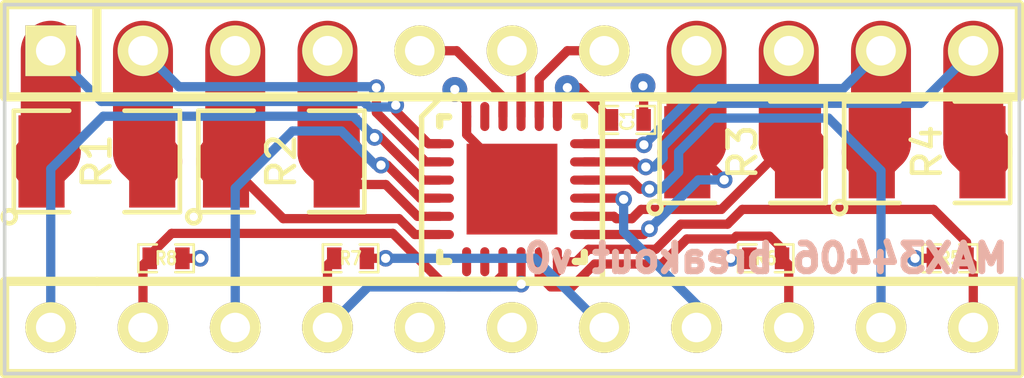
<source format=kicad_pcb>
(kicad_pcb (version 3) (host pcbnew "(2013-june-11)-stable")

  (general
    (links 40)
    (no_connects 0)
    (area 184.762096 118.12524 214.017904 131.191001)
    (thickness 1.6)
    (drawings 5)
    (tracks 191)
    (zones 0)
    (modules 12)
    (nets 23)
  )

  (page A3)
  (layers
    (15 F.Cu signal)
    (2 VDD signal hide)
    (1 GND signal hide)
    (0 B.Cu signal)
    (18 B.Paste user)
    (19 F.Paste user)
    (20 B.SilkS user)
    (21 F.SilkS user)
    (22 B.Mask user)
    (23 F.Mask user)
    (28 Edge.Cuts user)
  )

  (setup
    (last_trace_width 0.254)
    (trace_clearance 0.1524)
    (zone_clearance 0.1524)
    (zone_45_only no)
    (trace_min 0.127)
    (segment_width 0.2)
    (edge_width 0.1)
    (via_size 0.4572)
    (via_drill 0.254)
    (via_min_size 0.4572)
    (via_min_drill 0.254)
    (uvia_size 0.508)
    (uvia_drill 0.127)
    (uvias_allowed no)
    (uvia_min_size 0.508)
    (uvia_min_drill 0.127)
    (pcb_text_width 0.3)
    (pcb_text_size 1.5 1.5)
    (mod_edge_width 0.254)
    (mod_text_size 1 1)
    (mod_text_width 0.15)
    (pad_size 2.49936 2.49936)
    (pad_drill 0)
    (pad_to_mask_clearance 0)
    (aux_axis_origin 0 0)
    (visible_elements FFFFFFBF)
    (pcbplotparams
      (layerselection 3145728)
      (usegerberextensions true)
      (excludeedgelayer true)
      (linewidth 0.150000)
      (plotframeref false)
      (viasonmask false)
      (mode 1)
      (useauxorigin false)
      (hpglpennumber 1)
      (hpglpenspeed 20)
      (hpglpendiameter 15)
      (hpglpenoverlay 2)
      (psnegative false)
      (psa4output false)
      (plotreference true)
      (plotvalue true)
      (plotothertext true)
      (plotinvisibletext false)
      (padsonsilk false)
      (subtractmaskfromsilk false)
      (outputformat 1)
      (mirror false)
      (drillshape 0)
      (scaleselection 1)
      (outputdirectory gerbers/))
  )

  (net 0 "")
  (net 1 /CDLY)
  (net 2 /ENA)
  (net 3 /GND)
  (net 4 /IN1+)
  (net 5 /IN1-)
  (net 6 /IN2+)
  (net 7 /IN2-)
  (net 8 /IN3+)
  (net 9 /IN3-)
  (net 10 /IN4+)
  (net 11 /IN4-)
  (net 12 /OC1)
  (net 13 /OC2)
  (net 14 /OC3)
  (net 15 /OC4)
  (net 16 /OC_PU)
  (net 17 /OUT1)
  (net 18 /OUT2)
  (net 19 /OUT3)
  (net 20 /OUT4)
  (net 21 /SHTDN)
  (net 22 /VDD)

  (net_class Default "This is the default net class."
    (clearance 0.1524)
    (trace_width 0.254)
    (via_dia 0.4572)
    (via_drill 0.254)
    (uvia_dia 0.508)
    (uvia_drill 0.127)
    (add_net "")
    (add_net /CDLY)
    (add_net /ENA)
    (add_net /GND)
    (add_net /IN1+)
    (add_net /IN1-)
    (add_net /IN2+)
    (add_net /IN2-)
    (add_net /IN3+)
    (add_net /IN3-)
    (add_net /IN4+)
    (add_net /IN4-)
    (add_net /OC1)
    (add_net /OC2)
    (add_net /OC3)
    (add_net /OC4)
    (add_net /OC_PU)
    (add_net /OUT1)
    (add_net /OUT2)
    (add_net /OUT3)
    (add_net /OUT4)
    (add_net /SHTDN)
    (add_net /VDD)
  )

  (net_class Power ""
    (clearance 0.254)
    (trace_width 1.651)
    (via_dia 0.889)
    (via_drill 0.635)
    (uvia_dia 0.508)
    (uvia_drill 0.127)
  )

  (module SIL-11 (layer F.Cu) (tedit 53DC65D7) (tstamp 53DC3939)
    (at 200.66 129.54)
    (descr "Connecteur 12 pins")
    (tags "CONN DEV")
    (path /53DC3E87)
    (fp_text reference P2 (at -7.62 -2.54) (layer F.SilkS) hide
      (effects (font (size 1.72974 1.08712) (thickness 0.27178)))
    )
    (fp_text value CONN_11 (at 7.62 -2.54) (layer F.SilkS) hide
      (effects (font (size 1.524 1.016) (thickness 0.254)))
    )
    (fp_line (start -12.7 1.27) (end 12.7 1.27) (layer F.SilkS) (width 0.254))
    (fp_line (start 12.7 1.27) (end 12.7 -1.27) (layer F.SilkS) (width 0.254))
    (fp_line (start 12.7 -1.27) (end -12.7 -1.27) (layer F.SilkS) (width 0.254))
    (fp_line (start -15.24 1.27) (end -15.24 -1.27) (layer F.SilkS) (width 0.254))
    (fp_line (start -15.24 -1.27) (end -12.7 -1.27) (layer F.SilkS) (width 0.254))
    (fp_line (start -12.7 1.27) (end -15.24 1.27) (layer F.SilkS) (width 0.254))
    (pad 1 thru_hole circle (at -13.97 0) (size 1.397 1.397) (drill 0.8128)
      (layers *.Cu *.Mask F.SilkS)
      (net 17 /OUT1)
    )
    (pad 2 thru_hole circle (at -11.43 0) (size 1.397 1.397) (drill 0.8128)
      (layers *.Cu *.Mask F.SilkS)
      (net 12 /OC1)
    )
    (pad 3 thru_hole circle (at -8.89 0) (size 1.397 1.397) (drill 0.8128)
      (layers *.Cu *.Mask F.SilkS)
      (net 18 /OUT2)
    )
    (pad 4 thru_hole circle (at -6.35 0) (size 1.397 1.397) (drill 0.8128)
      (layers *.Cu *.Mask F.SilkS)
      (net 13 /OC2)
    )
    (pad 5 thru_hole circle (at -3.81 0) (size 1.397 1.397) (drill 0.8128)
      (layers *.Cu *.Mask F.SilkS)
      (net 3 /GND)
    )
    (pad 6 thru_hole circle (at -1.27 0) (size 1.397 1.397) (drill 0.8128)
      (layers *.Cu *.Mask F.SilkS)
      (net 22 /VDD)
    )
    (pad 7 thru_hole circle (at 1.27 0) (size 1.397 1.397) (drill 0.8128)
      (layers *.Cu *.Mask F.SilkS)
      (net 16 /OC_PU)
    )
    (pad 8 thru_hole circle (at 3.81 0) (size 1.397 1.397) (drill 0.8128)
      (layers *.Cu *.Mask F.SilkS)
      (net 19 /OUT3)
    )
    (pad 9 thru_hole circle (at 6.35 0) (size 1.397 1.397) (drill 0.8128)
      (layers *.Cu *.Mask F.SilkS)
      (net 14 /OC3)
    )
    (pad 10 thru_hole circle (at 8.89 0) (size 1.397 1.397) (drill 0.8128)
      (layers *.Cu *.Mask F.SilkS)
      (net 20 /OUT4)
    )
    (pad 11 thru_hole circle (at 11.43 0) (size 1.397 1.397) (drill 0.8128)
      (layers *.Cu *.Mask F.SilkS)
      (net 15 /OC4)
    )
    (model pin_array\pins_array_12x1.wrl
      (at (xyz 0 0 0))
      (scale (xyz 1 1 1))
      (rotate (xyz 0 0 0))
    )
  )

  (module QFN24 (layer F.Cu) (tedit 53DC3A22) (tstamp 53DC3968)
    (at 199.39 125.73)
    (path /53DC3E3B)
    (clearance 0.1524)
    (fp_text reference U1 (at 0 -3.81) (layer F.SilkS) hide
      (effects (font (size 1.00076 1.00076) (thickness 0.25019)))
    )
    (fp_text value MAX34406 (at 0 3.81) (layer F.SilkS) hide
      (effects (font (size 1.00076 1.00076) (thickness 0.25019)))
    )
    (fp_line (start -1.99136 -2.4892) (end 2.4892 -2.4892) (layer F.SilkS) (width 0.14986))
    (fp_line (start -2.4892 -1.99136) (end -2.4892 2.4892) (layer F.SilkS) (width 0.14986))
    (fp_line (start -2.4892 -1.99136) (end -1.99136 -2.4892) (layer F.SilkS) (width 0.14986))
    (fp_line (start -1.99136 -1.74244) (end -1.99136 -1.99136) (layer F.SilkS) (width 0.20066))
    (fp_line (start -1.99136 -1.99136) (end -1.74244 -1.99136) (layer F.SilkS) (width 0.20066))
    (fp_line (start -1.74244 1.99136) (end -1.99136 1.99136) (layer F.SilkS) (width 0.20066))
    (fp_line (start -1.99136 1.99136) (end -1.99136 1.74244) (layer F.SilkS) (width 0.20066))
    (fp_line (start 1.99136 1.74244) (end 1.99136 1.99136) (layer F.SilkS) (width 0.20066))
    (fp_line (start 1.99136 1.99136) (end 1.74244 1.99136) (layer F.SilkS) (width 0.20066))
    (fp_line (start 1.74244 -1.99136) (end 1.99136 -1.99136) (layer F.SilkS) (width 0.20066))
    (fp_line (start 1.99136 -1.99136) (end 1.99136 -1.74244) (layer F.SilkS) (width 0.20066))
    (fp_line (start 2.4892 2.4892) (end -2.4892 2.4892) (layer F.SilkS) (width 0.14986))
    (fp_line (start 2.4892 -2.4892) (end 2.4892 2.4892) (layer F.SilkS) (width 0.14986))
    (pad 25 smd rect (at 0 0 270) (size 2.49936 2.49936)
      (layers F.Cu F.Paste F.Mask)
      (net 3 /GND)
    )
    (pad 1 smd oval (at -1.99898 -1.24968) (size 0.8001 0.24892)
      (layers F.Cu F.Paste F.Mask)
      (net 4 /IN1+)
    )
    (pad 2 smd oval (at -1.99898 -0.7493) (size 0.8001 0.24892)
      (layers F.Cu F.Paste F.Mask)
      (net 5 /IN1-)
    )
    (pad 3 smd oval (at -1.99898 -0.24892) (size 0.8001 0.24892)
      (layers F.Cu F.Paste F.Mask)
      (net 17 /OUT1)
    )
    (pad 4 smd oval (at -1.99898 0.24892) (size 0.8001 0.24892)
      (layers F.Cu F.Paste F.Mask)
      (net 18 /OUT2)
    )
    (pad 5 smd oval (at -1.99898 0.7493) (size 0.8001 0.24892)
      (layers F.Cu F.Paste F.Mask)
      (net 7 /IN2-)
    )
    (pad 6 smd oval (at -1.99898 1.24968) (size 0.8001 0.24892)
      (layers F.Cu F.Paste F.Mask)
      (net 6 /IN2+)
    )
    (pad 7 smd oval (at -1.24968 1.99898 90) (size 0.8001 0.24892)
      (layers F.Cu F.Paste F.Mask)
    )
    (pad 8 smd oval (at -0.7493 1.99898 90) (size 0.8001 0.24892)
      (layers F.Cu F.Paste F.Mask)
    )
    (pad 9 smd oval (at -0.24892 1.99898 90) (size 0.8001 0.24892)
      (layers F.Cu F.Paste F.Mask)
      (net 12 /OC1)
    )
    (pad 10 smd oval (at 0.24892 1.99898 90) (size 0.8001 0.24892)
      (layers F.Cu F.Paste F.Mask)
      (net 13 /OC2)
    )
    (pad 11 smd oval (at 0.7493 1.99898 90) (size 0.8001 0.24892)
      (layers F.Cu F.Paste F.Mask)
      (net 14 /OC3)
    )
    (pad 12 smd oval (at 1.24968 1.99898 90) (size 0.8001 0.24892)
      (layers F.Cu F.Paste F.Mask)
      (net 15 /OC4)
    )
    (pad 13 smd oval (at 1.99898 1.24968 180) (size 0.8001 0.24892)
      (layers F.Cu F.Paste F.Mask)
      (net 8 /IN3+)
    )
    (pad 14 smd oval (at 1.99898 0.7493 180) (size 0.8001 0.24892)
      (layers F.Cu F.Paste F.Mask)
      (net 9 /IN3-)
    )
    (pad 15 smd oval (at 1.99898 0.24892 180) (size 0.8001 0.24892)
      (layers F.Cu F.Paste F.Mask)
      (net 19 /OUT3)
    )
    (pad 16 smd oval (at 1.99898 -0.24892 180) (size 0.8001 0.24892)
      (layers F.Cu F.Paste F.Mask)
      (net 20 /OUT4)
    )
    (pad 17 smd oval (at 1.99898 -0.7493 180) (size 0.8001 0.24892)
      (layers F.Cu F.Paste F.Mask)
      (net 11 /IN4-)
    )
    (pad 18 smd oval (at 1.99898 -1.24968 180) (size 0.8001 0.24892)
      (layers F.Cu F.Paste F.Mask)
      (net 10 /IN4+)
    )
    (pad 19 smd oval (at 1.24968 -1.99898 270) (size 0.8001 0.24892)
      (layers F.Cu F.Paste F.Mask)
      (net 22 /VDD)
    )
    (pad 20 smd oval (at 0.7493 -1.99898 270) (size 0.8001 0.24892)
      (layers F.Cu F.Paste F.Mask)
      (net 2 /ENA)
    )
    (pad 21 smd oval (at 0.24892 -1.99898 270) (size 0.8001 0.24892)
      (layers F.Cu F.Paste F.Mask)
      (net 21 /SHTDN)
    )
    (pad 22 smd oval (at -0.24892 -1.99898 270) (size 0.8001 0.24892)
      (layers F.Cu F.Paste F.Mask)
      (net 1 /CDLY)
    )
    (pad 23 smd oval (at -0.7493 -1.99898 270) (size 0.8001 0.24892)
      (layers F.Cu F.Paste F.Mask)
    )
    (pad 24 smd oval (at -1.24968 -1.99898 270) (size 0.8001 0.24892)
      (layers F.Cu F.Paste F.Mask)
      (net 3 /GND)
    )
    (model smd/qfn24.wrl
      (at (xyz 0 0 0))
      (scale (xyz 1 1 1))
      (rotate (xyz 0 0 0))
    )
  )

  (module SM1210 (layer F.Cu) (tedit 53DC3A3A) (tstamp 53DC38DA)
    (at 187.96 124.968)
    (tags "CMS SM")
    (path /53DC415A)
    (attr smd)
    (fp_text reference R1 (at 0 0 270) (layer F.SilkS)
      (effects (font (size 0.762 0.762) (thickness 0.127)))
    )
    (fp_text value R (at 0 0.508) (layer F.SilkS) hide
      (effects (font (size 0.762 0.762) (thickness 0.127)))
    )
    (fp_circle (center -2.413 1.524) (end -2.286 1.397) (layer F.SilkS) (width 0.127))
    (fp_line (start -0.762 -1.397) (end -2.286 -1.397) (layer F.SilkS) (width 0.127))
    (fp_line (start -2.286 -1.397) (end -2.286 1.397) (layer F.SilkS) (width 0.127))
    (fp_line (start -2.286 1.397) (end -0.762 1.397) (layer F.SilkS) (width 0.127))
    (fp_line (start 0.762 1.397) (end 2.286 1.397) (layer F.SilkS) (width 0.127))
    (fp_line (start 2.286 1.397) (end 2.286 -1.397) (layer F.SilkS) (width 0.127))
    (fp_line (start 2.286 -1.397) (end 0.762 -1.397) (layer F.SilkS) (width 0.127))
    (pad 1 smd rect (at -1.524 0) (size 1.27 2.54)
      (layers F.Cu F.Paste F.Mask)
      (net 4 /IN1+)
    )
    (pad 2 smd rect (at 1.524 0) (size 1.27 2.54)
      (layers F.Cu F.Paste F.Mask)
      (net 5 /IN1-)
    )
    (model smd/chip_cms.wrl
      (at (xyz 0 0 0))
      (scale (xyz 0.17 0.2 0.17))
      (rotate (xyz 0 0 0))
    )
  )

  (module SM1210 (layer F.Cu) (tedit 53DC3A3E) (tstamp 53DC38E7)
    (at 193.04 124.968)
    (tags "CMS SM")
    (path /53DC4167)
    (attr smd)
    (fp_text reference R2 (at 0 0 270) (layer F.SilkS)
      (effects (font (size 0.762 0.762) (thickness 0.127)))
    )
    (fp_text value R (at 0 0.508) (layer F.SilkS) hide
      (effects (font (size 0.762 0.762) (thickness 0.127)))
    )
    (fp_circle (center -2.413 1.524) (end -2.286 1.397) (layer F.SilkS) (width 0.127))
    (fp_line (start -0.762 -1.397) (end -2.286 -1.397) (layer F.SilkS) (width 0.127))
    (fp_line (start -2.286 -1.397) (end -2.286 1.397) (layer F.SilkS) (width 0.127))
    (fp_line (start -2.286 1.397) (end -0.762 1.397) (layer F.SilkS) (width 0.127))
    (fp_line (start 0.762 1.397) (end 2.286 1.397) (layer F.SilkS) (width 0.127))
    (fp_line (start 2.286 1.397) (end 2.286 -1.397) (layer F.SilkS) (width 0.127))
    (fp_line (start 2.286 -1.397) (end 0.762 -1.397) (layer F.SilkS) (width 0.127))
    (pad 1 smd rect (at -1.524 0) (size 1.27 2.54)
      (layers F.Cu F.Paste F.Mask)
      (net 6 /IN2+)
    )
    (pad 2 smd rect (at 1.524 0) (size 1.27 2.54)
      (layers F.Cu F.Paste F.Mask)
      (net 7 /IN2-)
    )
    (model smd/chip_cms.wrl
      (at (xyz 0 0 0))
      (scale (xyz 0.17 0.2 0.17))
      (rotate (xyz 0 0 0))
    )
  )

  (module SM1210 (layer F.Cu) (tedit 53DC3A43) (tstamp 53DC38F4)
    (at 205.74 124.714)
    (tags "CMS SM")
    (path /53DC416D)
    (attr smd)
    (fp_text reference R3 (at 0 0 270) (layer F.SilkS)
      (effects (font (size 0.762 0.762) (thickness 0.127)))
    )
    (fp_text value R (at 0 0.508) (layer F.SilkS) hide
      (effects (font (size 0.762 0.762) (thickness 0.127)))
    )
    (fp_circle (center -2.413 1.524) (end -2.286 1.397) (layer F.SilkS) (width 0.127))
    (fp_line (start -0.762 -1.397) (end -2.286 -1.397) (layer F.SilkS) (width 0.127))
    (fp_line (start -2.286 -1.397) (end -2.286 1.397) (layer F.SilkS) (width 0.127))
    (fp_line (start -2.286 1.397) (end -0.762 1.397) (layer F.SilkS) (width 0.127))
    (fp_line (start 0.762 1.397) (end 2.286 1.397) (layer F.SilkS) (width 0.127))
    (fp_line (start 2.286 1.397) (end 2.286 -1.397) (layer F.SilkS) (width 0.127))
    (fp_line (start 2.286 -1.397) (end 0.762 -1.397) (layer F.SilkS) (width 0.127))
    (pad 1 smd rect (at -1.524 0) (size 1.27 2.54)
      (layers F.Cu F.Paste F.Mask)
      (net 8 /IN3+)
    )
    (pad 2 smd rect (at 1.524 0) (size 1.27 2.54)
      (layers F.Cu F.Paste F.Mask)
      (net 9 /IN3-)
    )
    (model smd/chip_cms.wrl
      (at (xyz 0 0 0))
      (scale (xyz 0.17 0.2 0.17))
      (rotate (xyz 0 0 0))
    )
  )

  (module SM1210 (layer F.Cu) (tedit 53DC3A45) (tstamp 53DC3901)
    (at 210.82 124.714)
    (tags "CMS SM")
    (path /53DC4173)
    (attr smd)
    (fp_text reference R4 (at 0 0 270) (layer F.SilkS)
      (effects (font (size 0.762 0.762) (thickness 0.127)))
    )
    (fp_text value R (at 0 0.508) (layer F.SilkS) hide
      (effects (font (size 0.762 0.762) (thickness 0.127)))
    )
    (fp_circle (center -2.413 1.524) (end -2.286 1.397) (layer F.SilkS) (width 0.127))
    (fp_line (start -0.762 -1.397) (end -2.286 -1.397) (layer F.SilkS) (width 0.127))
    (fp_line (start -2.286 -1.397) (end -2.286 1.397) (layer F.SilkS) (width 0.127))
    (fp_line (start -2.286 1.397) (end -0.762 1.397) (layer F.SilkS) (width 0.127))
    (fp_line (start 0.762 1.397) (end 2.286 1.397) (layer F.SilkS) (width 0.127))
    (fp_line (start 2.286 1.397) (end 2.286 -1.397) (layer F.SilkS) (width 0.127))
    (fp_line (start 2.286 -1.397) (end 0.762 -1.397) (layer F.SilkS) (width 0.127))
    (pad 1 smd rect (at -1.524 0) (size 1.27 2.54)
      (layers F.Cu F.Paste F.Mask)
      (net 10 /IN4+)
    )
    (pad 2 smd rect (at 1.524 0) (size 1.27 2.54)
      (layers F.Cu F.Paste F.Mask)
      (net 11 /IN4-)
    )
    (model smd/chip_cms.wrl
      (at (xyz 0 0 0))
      (scale (xyz 0.17 0.2 0.17))
      (rotate (xyz 0 0 0))
    )
  )

  (module SM0402_c (layer F.Cu) (tedit 53DC3A49) (tstamp 53DC390D)
    (at 202.565 123.825)
    (path /53DC40F1)
    (attr smd)
    (fp_text reference C1 (at 0 0 90) (layer F.SilkS)
      (effects (font (size 0.35052 0.3048) (thickness 0.07112)))
    )
    (fp_text value 0.1u (at 0.09906 0) (layer F.SilkS) hide
      (effects (font (size 0.35052 0.3048) (thickness 0.07112)))
    )
    (fp_line (start -0.254 -0.381) (end -0.762 -0.381) (layer F.SilkS) (width 0.07112))
    (fp_line (start -0.762 -0.381) (end -0.762 0.381) (layer F.SilkS) (width 0.07112))
    (fp_line (start -0.762 0.381) (end -0.254 0.381) (layer F.SilkS) (width 0.07112))
    (fp_line (start 0.254 -0.381) (end 0.762 -0.381) (layer F.SilkS) (width 0.07112))
    (fp_line (start 0.762 -0.381) (end 0.762 0.381) (layer F.SilkS) (width 0.07112))
    (fp_line (start 0.762 0.381) (end 0.254 0.381) (layer F.SilkS) (width 0.07112))
    (pad 1 smd rect (at -0.44958 0) (size 0.39878 0.59944)
      (layers F.Cu F.Paste F.Mask)
      (net 22 /VDD)
    )
    (pad 2 smd rect (at 0.44958 0) (size 0.39878 0.59944)
      (layers F.Cu F.Paste F.Mask)
      (net 3 /GND)
    )
    (model smd/capacitors/C0402.wrl
      (at (xyz 0 0 0))
      (scale (xyz 0.27 0.27 0.27))
      (rotate (xyz 0 0 0))
    )
  )

  (module SIL-11 (layer F.Cu) (tedit 53DC3A1D) (tstamp 53DC3923)
    (at 200.66 121.92)
    (descr "Connecteur 12 pins")
    (tags "CONN DEV")
    (path /53DC3E78)
    (fp_text reference P1 (at -7.62 -2.54) (layer F.SilkS) hide
      (effects (font (size 1.72974 1.08712) (thickness 0.27178)))
    )
    (fp_text value CONN_11 (at 7.62 -2.54) (layer F.SilkS) hide
      (effects (font (size 1.524 1.016) (thickness 0.254)))
    )
    (fp_line (start -12.7 1.27) (end 12.7 1.27) (layer F.SilkS) (width 0.254))
    (fp_line (start 12.7 1.27) (end 12.7 -1.27) (layer F.SilkS) (width 0.254))
    (fp_line (start 12.7 -1.27) (end -12.7 -1.27) (layer F.SilkS) (width 0.254))
    (fp_line (start -15.24 1.27) (end -15.24 -1.27) (layer F.SilkS) (width 0.254))
    (fp_line (start -15.24 -1.27) (end -12.7 -1.27) (layer F.SilkS) (width 0.254))
    (fp_line (start -12.7 -1.27) (end -12.7 1.27) (layer F.SilkS) (width 0.254))
    (fp_line (start -12.7 1.27) (end -15.24 1.27) (layer F.SilkS) (width 0.254))
    (pad 1 thru_hole rect (at -13.97 0) (size 1.397 1.397) (drill 0.8128)
      (layers *.Cu *.Mask F.SilkS)
      (net 4 /IN1+)
    )
    (pad 2 thru_hole circle (at -11.43 0) (size 1.397 1.397) (drill 0.8128)
      (layers *.Cu *.Mask F.SilkS)
      (net 5 /IN1-)
    )
    (pad 3 thru_hole circle (at -8.89 0) (size 1.397 1.397) (drill 0.8128)
      (layers *.Cu *.Mask F.SilkS)
      (net 6 /IN2+)
    )
    (pad 4 thru_hole circle (at -6.35 0) (size 1.397 1.397) (drill 0.8128)
      (layers *.Cu *.Mask F.SilkS)
      (net 7 /IN2-)
    )
    (pad 5 thru_hole circle (at -3.81 0) (size 1.397 1.397) (drill 0.8128)
      (layers *.Cu *.Mask F.SilkS)
      (net 1 /CDLY)
    )
    (pad 6 thru_hole circle (at -1.27 0) (size 1.397 1.397) (drill 0.8128)
      (layers *.Cu *.Mask F.SilkS)
      (net 21 /SHTDN)
    )
    (pad 7 thru_hole circle (at 1.27 0) (size 1.397 1.397) (drill 0.8128)
      (layers *.Cu *.Mask F.SilkS)
      (net 2 /ENA)
    )
    (pad 8 thru_hole circle (at 3.81 0) (size 1.397 1.397) (drill 0.8128)
      (layers *.Cu *.Mask F.SilkS)
      (net 8 /IN3+)
    )
    (pad 9 thru_hole circle (at 6.35 0) (size 1.397 1.397) (drill 0.8128)
      (layers *.Cu *.Mask F.SilkS)
      (net 9 /IN3-)
    )
    (pad 10 thru_hole circle (at 8.89 0) (size 1.397 1.397) (drill 0.8128)
      (layers *.Cu *.Mask F.SilkS)
      (net 10 /IN4+)
    )
    (pad 11 thru_hole circle (at 11.43 0) (size 1.397 1.397) (drill 0.8128)
      (layers *.Cu *.Mask F.SilkS)
      (net 11 /IN4-)
    )
    (model pin_array\pins_array_12x1.wrl
      (at (xyz 0 0 0))
      (scale (xyz 1 1 1))
      (rotate (xyz 0 0 0))
    )
  )

  (module SM0402_r (layer F.Cu) (tedit 5141C458) (tstamp 53DC3D8C)
    (at 211.455 127.635)
    (path /53DC3CA3)
    (attr smd)
    (fp_text reference R5 (at 0 0) (layer F.SilkS)
      (effects (font (size 0.35052 0.3048) (thickness 0.07112)))
    )
    (fp_text value 10M (at 0.09906 0) (layer F.SilkS) hide
      (effects (font (size 0.35052 0.3048) (thickness 0.07112)))
    )
    (fp_line (start -0.254 -0.381) (end -0.762 -0.381) (layer F.SilkS) (width 0.07112))
    (fp_line (start -0.762 -0.381) (end -0.762 0.381) (layer F.SilkS) (width 0.07112))
    (fp_line (start -0.762 0.381) (end -0.254 0.381) (layer F.SilkS) (width 0.07112))
    (fp_line (start 0.254 -0.381) (end 0.762 -0.381) (layer F.SilkS) (width 0.07112))
    (fp_line (start 0.762 -0.381) (end 0.762 0.381) (layer F.SilkS) (width 0.07112))
    (fp_line (start 0.762 0.381) (end 0.254 0.381) (layer F.SilkS) (width 0.07112))
    (pad 1 smd rect (at -0.44958 0) (size 0.39878 0.59944)
      (layers F.Cu F.Paste F.Mask)
      (net 16 /OC_PU)
    )
    (pad 2 smd rect (at 0.44958 0) (size 0.39878 0.59944)
      (layers F.Cu F.Paste F.Mask)
      (net 15 /OC4)
    )
    (model smd/resistors/R0402.wrl
      (at (xyz 0 0 0))
      (scale (xyz 0.27 0.27 0.27))
      (rotate (xyz 0 0 0))
    )
  )

  (module SM0402_r (layer F.Cu) (tedit 5141C458) (tstamp 53DC3D98)
    (at 206.375 127.635)
    (path /53DC3CB2)
    (attr smd)
    (fp_text reference R6 (at 0 0) (layer F.SilkS)
      (effects (font (size 0.35052 0.3048) (thickness 0.07112)))
    )
    (fp_text value 10M (at 0.09906 0) (layer F.SilkS) hide
      (effects (font (size 0.35052 0.3048) (thickness 0.07112)))
    )
    (fp_line (start -0.254 -0.381) (end -0.762 -0.381) (layer F.SilkS) (width 0.07112))
    (fp_line (start -0.762 -0.381) (end -0.762 0.381) (layer F.SilkS) (width 0.07112))
    (fp_line (start -0.762 0.381) (end -0.254 0.381) (layer F.SilkS) (width 0.07112))
    (fp_line (start 0.254 -0.381) (end 0.762 -0.381) (layer F.SilkS) (width 0.07112))
    (fp_line (start 0.762 -0.381) (end 0.762 0.381) (layer F.SilkS) (width 0.07112))
    (fp_line (start 0.762 0.381) (end 0.254 0.381) (layer F.SilkS) (width 0.07112))
    (pad 1 smd rect (at -0.44958 0) (size 0.39878 0.59944)
      (layers F.Cu F.Paste F.Mask)
      (net 16 /OC_PU)
    )
    (pad 2 smd rect (at 0.44958 0) (size 0.39878 0.59944)
      (layers F.Cu F.Paste F.Mask)
      (net 14 /OC3)
    )
    (model smd/resistors/R0402.wrl
      (at (xyz 0 0 0))
      (scale (xyz 0.27 0.27 0.27))
      (rotate (xyz 0 0 0))
    )
  )

  (module SM0402_r (layer F.Cu) (tedit 53DC5636) (tstamp 53DC3DA4)
    (at 194.945 127.635 180)
    (path /53DC3CC1)
    (attr smd)
    (fp_text reference R7 (at 0 0 180) (layer F.SilkS)
      (effects (font (size 0.35052 0.3048) (thickness 0.07112)))
    )
    (fp_text value 10M (at 0.09906 0 180) (layer F.SilkS) hide
      (effects (font (size 0.35052 0.3048) (thickness 0.07112)))
    )
    (fp_line (start -0.254 -0.381) (end -0.762 -0.381) (layer F.SilkS) (width 0.07112))
    (fp_line (start -0.762 -0.381) (end -0.762 0.381) (layer F.SilkS) (width 0.07112))
    (fp_line (start -0.762 0.381) (end -0.254 0.381) (layer F.SilkS) (width 0.07112))
    (fp_line (start 0.254 -0.381) (end 0.762 -0.381) (layer F.SilkS) (width 0.07112))
    (fp_line (start 0.762 -0.381) (end 0.762 0.381) (layer F.SilkS) (width 0.07112))
    (fp_line (start 0.762 0.381) (end 0.254 0.381) (layer F.SilkS) (width 0.07112))
    (pad 1 smd rect (at -0.44958 0 180) (size 0.39878 0.59944)
      (layers F.Cu F.Paste F.Mask)
      (net 16 /OC_PU)
    )
    (pad 2 smd rect (at 0.44958 0 180) (size 0.39878 0.59944)
      (layers F.Cu F.Paste F.Mask)
      (net 13 /OC2)
    )
    (model smd/resistors/R0402.wrl
      (at (xyz 0 0 0))
      (scale (xyz 0.27 0.27 0.27))
      (rotate (xyz 0 0 0))
    )
  )

  (module SM0402_r (layer F.Cu) (tedit 5141C458) (tstamp 53DC3DB0)
    (at 189.865 127.635 180)
    (path /53DC3CD0)
    (attr smd)
    (fp_text reference R8 (at 0 0 180) (layer F.SilkS)
      (effects (font (size 0.35052 0.3048) (thickness 0.07112)))
    )
    (fp_text value 10M (at 0.09906 0 180) (layer F.SilkS) hide
      (effects (font (size 0.35052 0.3048) (thickness 0.07112)))
    )
    (fp_line (start -0.254 -0.381) (end -0.762 -0.381) (layer F.SilkS) (width 0.07112))
    (fp_line (start -0.762 -0.381) (end -0.762 0.381) (layer F.SilkS) (width 0.07112))
    (fp_line (start -0.762 0.381) (end -0.254 0.381) (layer F.SilkS) (width 0.07112))
    (fp_line (start 0.254 -0.381) (end 0.762 -0.381) (layer F.SilkS) (width 0.07112))
    (fp_line (start 0.762 -0.381) (end 0.762 0.381) (layer F.SilkS) (width 0.07112))
    (fp_line (start 0.762 0.381) (end 0.254 0.381) (layer F.SilkS) (width 0.07112))
    (pad 1 smd rect (at -0.44958 0 180) (size 0.39878 0.59944)
      (layers F.Cu F.Paste F.Mask)
      (net 16 /OC_PU)
    )
    (pad 2 smd rect (at 0.44958 0 180) (size 0.39878 0.59944)
      (layers F.Cu F.Paste F.Mask)
      (net 12 /OC1)
    )
    (model smd/resistors/R0402.wrl
      (at (xyz 0 0 0))
      (scale (xyz 0.27 0.27 0.27))
      (rotate (xyz 0 0 0))
    )
  )

  (gr_text "MAX34406 breakout v0" (at 206.375 127.635) (layer B.SilkS)
    (effects (font (size 0.762 0.762) (thickness 0.1905)) (justify mirror))
  )
  (gr_line (start 185.42 130.81) (end 185.42 120.65) (angle 90) (layer Edge.Cuts) (width 0.1))
  (gr_line (start 213.36 130.81) (end 185.42 130.81) (angle 90) (layer Edge.Cuts) (width 0.1))
  (gr_line (start 213.36 120.65) (end 213.36 130.81) (angle 90) (layer Edge.Cuts) (width 0.1))
  (gr_line (start 185.42 120.65) (end 213.36 120.65) (angle 90) (layer Edge.Cuts) (width 0.1))

  (segment (start 199.14108 123.73102) (end 199.14108 123.19508) (width 0.254) (layer F.Cu) (net 1))
  (segment (start 197.866 121.92) (end 196.85 121.92) (width 0.254) (layer F.Cu) (net 1) (tstamp 53DC4B87))
  (segment (start 199.14108 123.19508) (end 197.866 121.92) (width 0.254) (layer F.Cu) (net 1) (tstamp 53DC4B86))
  (segment (start 200.1393 123.73102) (end 200.1393 122.6947) (width 0.254) (layer F.Cu) (net 2))
  (segment (start 200.914 121.92) (end 201.93 121.92) (width 0.254) (layer F.Cu) (net 2) (tstamp 53DC4B91))
  (segment (start 200.1393 122.6947) (end 200.914 121.92) (width 0.254) (layer F.Cu) (net 2) (tstamp 53DC4B8F))
  (segment (start 198.14032 123.73102) (end 198.14032 124.22632) (width 0.254) (layer F.Cu) (net 3))
  (segment (start 199.39 125.476) (end 199.39 125.73) (width 0.254) (layer F.Cu) (net 3) (tstamp 53DC5D7D))
  (segment (start 198.14032 124.22632) (end 199.39 125.476) (width 0.254) (layer F.Cu) (net 3) (tstamp 53DC5D79))
  (segment (start 203.01458 123.825) (end 203.01458 122.90298) (width 0.254) (layer F.Cu) (net 3))
  (via (at 202.9968 122.8852) (size 0.6858) (layers F.Cu B.Cu) (net 3))
  (segment (start 203.01458 122.90298) (end 202.9968 122.8852) (width 0.254) (layer F.Cu) (net 3) (tstamp 53DC5B40))
  (segment (start 198.14032 123.73102) (end 198.14032 123.31192) (width 0.254) (layer F.Cu) (net 3))
  (via (at 197.8152 122.9868) (size 0.6858) (layers F.Cu B.Cu) (net 3))
  (segment (start 198.14032 123.31192) (end 197.8152 122.9868) (width 0.254) (layer F.Cu) (net 3) (tstamp 53DC5B37))
  (segment (start 194.7926 123.317002) (end 188.087002 123.317002) (width 0.254) (layer B.Cu) (net 4))
  (segment (start 197.08946 124.48032) (end 196.1896 123.58046) (width 0.254) (layer F.Cu) (net 4) (tstamp 53DC5C86))
  (segment (start 196.1896 123.58046) (end 196.1896 123.4186) (width 0.254) (layer F.Cu) (net 4) (tstamp 53DC5C88))
  (via (at 196.1896 123.4186) (size 0.4572) (layers F.Cu B.Cu) (net 4))
  (segment (start 196.1896 123.4186) (end 196.1388 123.4694) (width 0.254) (layer B.Cu) (net 4) (tstamp 53DC5C8D))
  (segment (start 196.1388 123.4694) (end 195.452998 123.4694) (width 0.254) (layer B.Cu) (net 4) (tstamp 53DC5C8E))
  (segment (start 195.452998 123.4694) (end 195.3006 123.317002) (width 0.254) (layer B.Cu) (net 4) (tstamp 53DC5C8F))
  (segment (start 195.3006 123.317002) (end 194.7926 123.317002) (width 0.254) (layer B.Cu) (net 4) (tstamp 53DC5C95))
  (segment (start 197.39102 124.48032) (end 197.08946 124.48032) (width 0.254) (layer F.Cu) (net 4))
  (segment (start 188.087002 123.317002) (end 186.69 121.92) (width 0.254) (layer B.Cu) (net 4) (tstamp 53DC5C98))
  (segment (start 186.69 121.92) (end 186.69 124.714) (width 1.651) (layer F.Cu) (net 4))
  (segment (start 186.69 124.714) (end 186.436 124.968) (width 1.651) (layer F.Cu) (net 4) (tstamp 53DC4A90))
  (segment (start 197.39102 124.9807) (end 197.0151 124.9807) (width 0.254) (layer F.Cu) (net 5))
  (segment (start 190.2206 122.9106) (end 189.23 121.92) (width 0.254) (layer B.Cu) (net 5) (tstamp 53DC5C7F))
  (segment (start 195.6308 122.9106) (end 190.2206 122.9106) (width 0.254) (layer B.Cu) (net 5) (tstamp 53DC5C7E))
  (segment (start 195.6562 122.936) (end 195.6308 122.9106) (width 0.254) (layer B.Cu) (net 5) (tstamp 53DC5C7D))
  (via (at 195.6562 122.936) (size 0.4572) (layers F.Cu B.Cu) (net 5))
  (segment (start 195.6562 123.6218) (end 195.6562 122.936) (width 0.254) (layer F.Cu) (net 5) (tstamp 53DC5C6F))
  (segment (start 197.0151 124.9807) (end 195.6562 123.6218) (width 0.254) (layer F.Cu) (net 5) (tstamp 53DC5C6C))
  (segment (start 189.23 121.92) (end 189.23 124.714) (width 1.651) (layer F.Cu) (net 5))
  (segment (start 189.23 124.714) (end 189.484 124.968) (width 1.651) (layer F.Cu) (net 5) (tstamp 53DC4A85))
  (segment (start 197.39102 126.97968) (end 196.71512 126.97968) (width 0.254) (layer F.Cu) (net 6))
  (segment (start 193.0908 126.5428) (end 191.516 124.968) (width 0.254) (layer F.Cu) (net 6) (tstamp 53DC5D19))
  (segment (start 196.27824 126.5428) (end 193.0908 126.5428) (width 0.254) (layer F.Cu) (net 6) (tstamp 53DC5D15))
  (segment (start 196.71512 126.97968) (end 196.27824 126.5428) (width 0.254) (layer F.Cu) (net 6) (tstamp 53DC5D13))
  (segment (start 191.77 121.92) (end 191.77 124.714) (width 1.651) (layer F.Cu) (net 6))
  (segment (start 191.77 124.714) (end 191.516 124.968) (width 1.651) (layer F.Cu) (net 6) (tstamp 53DC4A8A))
  (segment (start 197.39102 126.4793) (end 196.78948 126.4793) (width 0.254) (layer F.Cu) (net 7))
  (segment (start 195.199 125.603) (end 194.564 124.968) (width 0.254) (layer F.Cu) (net 7) (tstamp 53DC5D0F))
  (segment (start 195.91318 125.603) (end 195.199 125.603) (width 0.254) (layer F.Cu) (net 7) (tstamp 53DC5D0D))
  (segment (start 196.78948 126.4793) (end 195.91318 125.603) (width 0.254) (layer F.Cu) (net 7) (tstamp 53DC5D0C))
  (segment (start 194.31 121.92) (end 194.31 124.714) (width 1.651) (layer F.Cu) (net 7))
  (segment (start 194.31 124.714) (end 194.564 124.968) (width 1.651) (layer F.Cu) (net 7) (tstamp 53DC4A8D))
  (segment (start 201.38898 126.97968) (end 203.01712 126.97968) (width 0.254) (layer F.Cu) (net 8))
  (segment (start 204.47 124.714) (end 204.216 124.714) (width 0.254) (layer F.Cu) (net 8) (tstamp 53DC628A))
  (segment (start 205.232 125.476) (end 204.47 124.714) (width 0.254) (layer F.Cu) (net 8) (tstamp 53DC6289))
  (via (at 205.232 125.476) (size 0.4572) (layers F.Cu B.Cu) (net 8))
  (segment (start 204.5208 125.476) (end 205.232 125.476) (width 0.254) (layer B.Cu) (net 8) (tstamp 53DC6287))
  (segment (start 203.1746 126.8222) (end 204.5208 125.476) (width 0.254) (layer B.Cu) (net 8) (tstamp 53DC6286))
  (via (at 203.1746 126.8222) (size 0.4572) (layers F.Cu B.Cu) (net 8))
  (segment (start 203.01712 126.97968) (end 203.1746 126.8222) (width 0.254) (layer F.Cu) (net 8) (tstamp 53DC6284))
  (segment (start 204.47 121.92) (end 204.47 124.46) (width 1.651) (layer F.Cu) (net 8))
  (segment (start 204.47 124.46) (end 204.216 124.714) (width 1.651) (layer F.Cu) (net 8) (tstamp 53DC4A93))
  (segment (start 202.946 126.2888) (end 205.1558 126.2888) (width 0.254) (layer F.Cu) (net 9))
  (segment (start 202.1967 126.4793) (end 202.2602 126.5428) (width 0.254) (layer F.Cu) (net 9) (tstamp 53DC6275))
  (segment (start 202.2602 126.5428) (end 202.692 126.5428) (width 0.254) (layer F.Cu) (net 9) (tstamp 53DC6277))
  (segment (start 202.692 126.5428) (end 202.946 126.2888) (width 0.254) (layer F.Cu) (net 9) (tstamp 53DC6279))
  (segment (start 201.38898 126.4793) (end 202.1967 126.4793) (width 0.254) (layer F.Cu) (net 9))
  (segment (start 205.1558 126.2888) (end 206.7306 124.714) (width 0.254) (layer F.Cu) (net 9) (tstamp 53DC6318))
  (segment (start 206.7306 124.714) (end 207.264 124.714) (width 0.254) (layer F.Cu) (net 9) (tstamp 53DC631B))
  (segment (start 207.01 124.46) (end 207.264 124.714) (width 0.254) (layer F.Cu) (net 9) (tstamp 53DC59BE))
  (segment (start 207.264 124.714) (end 206.7306 124.714) (width 0.254) (layer F.Cu) (net 9))
  (segment (start 207.01 121.92) (end 207.01 124.46) (width 1.651) (layer F.Cu) (net 9))
  (segment (start 207.01 124.46) (end 207.264 124.714) (width 1.651) (layer F.Cu) (net 9) (tstamp 53DC4A96))
  (segment (start 203.0222 124.5108) (end 204.47 123.063) (width 0.254) (layer B.Cu) (net 10))
  (segment (start 202.99172 124.48032) (end 203.0222 124.5108) (width 0.254) (layer F.Cu) (net 10) (tstamp 53DC5E77))
  (via (at 203.0222 124.5108) (size 0.4572) (layers F.Cu B.Cu) (net 10))
  (segment (start 201.38898 124.48032) (end 202.99172 124.48032) (width 0.254) (layer F.Cu) (net 10))
  (segment (start 208.5086 122.9614) (end 209.55 121.92) (width 0.254) (layer B.Cu) (net 10) (tstamp 53DC5EA9))
  (segment (start 204.5716 122.9614) (end 208.5086 122.9614) (width 0.254) (layer B.Cu) (net 10) (tstamp 53DC5EA5))
  (segment (start 204.47 123.063) (end 204.5716 122.9614) (width 0.254) (layer B.Cu) (net 10) (tstamp 53DC5EA3))
  (segment (start 209.55 121.92) (end 209.55 124.46) (width 1.651) (layer F.Cu) (net 10))
  (segment (start 209.55 124.46) (end 209.296 124.714) (width 1.651) (layer F.Cu) (net 10) (tstamp 53DC4A99))
  (segment (start 201.38898 124.9807) (end 202.7555 124.9807) (width 0.254) (layer F.Cu) (net 11))
  (segment (start 210.642198 123.367802) (end 212.09 121.92) (width 0.254) (layer B.Cu) (net 11) (tstamp 53DC5EC5))
  (segment (start 204.739938 123.367802) (end 210.642198 123.367802) (width 0.254) (layer B.Cu) (net 11) (tstamp 53DC5EC2))
  (segment (start 203.55087 124.55687) (end 204.739938 123.367802) (width 0.254) (layer B.Cu) (net 11) (tstamp 53DC5EC1))
  (segment (start 203.55087 124.87113) (end 203.55087 124.55687) (width 0.254) (layer B.Cu) (net 11) (tstamp 53DC5EC0))
  (segment (start 203.3016 125.1204) (end 203.55087 124.87113) (width 0.254) (layer B.Cu) (net 11) (tstamp 53DC5EBF))
  (segment (start 203.073 125.1204) (end 203.3016 125.1204) (width 0.254) (layer B.Cu) (net 11) (tstamp 53DC5EBE))
  (via (at 203.073 125.1204) (size 0.4572) (layers F.Cu B.Cu) (net 11))
  (segment (start 202.8952 125.1204) (end 203.073 125.1204) (width 0.254) (layer F.Cu) (net 11) (tstamp 53DC5EB7))
  (segment (start 202.7555 124.9807) (end 202.8952 125.1204) (width 0.254) (layer F.Cu) (net 11) (tstamp 53DC5EAE))
  (segment (start 212.09 121.92) (end 212.09 124.46) (width 1.651) (layer F.Cu) (net 11))
  (segment (start 212.09 124.46) (end 212.344 124.714) (width 1.651) (layer F.Cu) (net 11) (tstamp 53DC4A9C))
  (segment (start 189.41542 127.635) (end 189.41542 127.55118) (width 0.254) (layer F.Cu) (net 12))
  (segment (start 197.5831 128.4224) (end 197.866 128.4224) (width 0.254) (layer F.Cu) (net 12) (tstamp 53DC5D49))
  (segment (start 196.109902 126.949202) (end 197.5831 128.4224) (width 0.254) (layer F.Cu) (net 12) (tstamp 53DC5D45))
  (segment (start 190.017398 126.949202) (end 196.109902 126.949202) (width 0.254) (layer F.Cu) (net 12) (tstamp 53DC5D41))
  (segment (start 189.41542 127.55118) (end 190.017398 126.949202) (width 0.254) (layer F.Cu) (net 12) (tstamp 53DC5D3D))
  (segment (start 199.14108 127.72898) (end 199.14108 128.08712) (width 0.254) (layer F.Cu) (net 12))
  (segment (start 199.14108 128.08712) (end 198.8058 128.4224) (width 0.254) (layer F.Cu) (net 12) (tstamp 53DC5D27))
  (segment (start 198.8058 128.4224) (end 197.9676 128.4224) (width 0.254) (layer F.Cu) (net 12) (tstamp 53DC5D2A))
  (segment (start 197.9676 128.4224) (end 197.866 128.4224) (width 0.254) (layer F.Cu) (net 12) (tstamp 53DC5D2C))
  (segment (start 197.866 128.4224) (end 197.993 128.4224) (width 0.254) (layer F.Cu) (net 12) (tstamp 53DC5D2E))
  (segment (start 189.23 129.54) (end 189.23 127.82042) (width 0.254) (layer F.Cu) (net 12))
  (segment (start 189.23 127.82042) (end 189.41542 127.635) (width 0.254) (layer F.Cu) (net 12) (tstamp 53DC5BE3))
  (segment (start 199.63892 127.72898) (end 199.63892 128.34112) (width 0.254) (layer F.Cu) (net 13))
  (segment (start 195.4276 128.4224) (end 194.31 129.54) (width 0.254) (layer B.Cu) (net 13) (tstamp 53DC5D65))
  (segment (start 199.5678 128.4224) (end 195.4276 128.4224) (width 0.254) (layer B.Cu) (net 13) (tstamp 53DC5D64))
  (segment (start 199.644 128.3462) (end 199.5678 128.4224) (width 0.254) (layer B.Cu) (net 13) (tstamp 53DC5D63))
  (via (at 199.644 128.3462) (size 0.4572) (layers F.Cu B.Cu) (net 13))
  (segment (start 199.63892 128.34112) (end 199.644 128.3462) (width 0.254) (layer F.Cu) (net 13) (tstamp 53DC5D5D))
  (segment (start 194.31 129.54) (end 194.31 127.82042) (width 0.254) (layer F.Cu) (net 13))
  (segment (start 194.31 127.82042) (end 194.49542 127.635) (width 0.254) (layer F.Cu) (net 13) (tstamp 53DC5BE7))
  (segment (start 200.1393 127.72898) (end 200.1393 128.1049) (width 0.254) (layer F.Cu) (net 14))
  (segment (start 206.82458 127.37338) (end 206.82458 127.635) (width 0.254) (layer F.Cu) (net 14) (tstamp 53DC6350))
  (segment (start 206.4766 127.0254) (end 206.82458 127.37338) (width 0.254) (layer F.Cu) (net 14) (tstamp 53DC634E))
  (segment (start 205.56868 127.0254) (end 206.4766 127.0254) (width 0.254) (layer F.Cu) (net 14) (tstamp 53DC634C))
  (segment (start 205.492476 127.101604) (end 205.56868 127.0254) (width 0.254) (layer F.Cu) (net 14) (tstamp 53DC6348))
  (segment (start 204.206536 127.101604) (end 205.492476 127.101604) (width 0.254) (layer F.Cu) (net 14) (tstamp 53DC6347))
  (segment (start 203.515656 127.792484) (end 204.206536 127.101604) (width 0.254) (layer F.Cu) (net 14) (tstamp 53DC6346))
  (segment (start 201.666538 127.792484) (end 203.515656 127.792484) (width 0.254) (layer F.Cu) (net 14) (tstamp 53DC6345))
  (segment (start 201.036622 128.4224) (end 201.666538 127.792484) (width 0.254) (layer F.Cu) (net 14) (tstamp 53DC6344))
  (segment (start 200.4568 128.4224) (end 201.036622 128.4224) (width 0.254) (layer F.Cu) (net 14) (tstamp 53DC6342))
  (segment (start 200.1393 128.1049) (end 200.4568 128.4224) (width 0.254) (layer F.Cu) (net 14) (tstamp 53DC6340))
  (segment (start 207.01 129.54) (end 207.01 127.82042) (width 0.254) (layer F.Cu) (net 14))
  (segment (start 207.01 127.82042) (end 206.82458 127.635) (width 0.254) (layer F.Cu) (net 14) (tstamp 53DC5709))
  (segment (start 204.038198 126.695202) (end 205.324138 126.695202) (width 0.254) (layer F.Cu) (net 15))
  (segment (start 201.155302 127.72898) (end 201.4982 127.386082) (width 0.254) (layer F.Cu) (net 15) (tstamp 53DC62D7))
  (segment (start 201.4982 127.386082) (end 203.347318 127.386082) (width 0.254) (layer F.Cu) (net 15) (tstamp 53DC62D8))
  (segment (start 203.347318 127.386082) (end 204.038198 126.695202) (width 0.254) (layer F.Cu) (net 15) (tstamp 53DC62DA))
  (segment (start 211.404202 126.695202) (end 211.90458 127.19558) (width 0.254) (layer F.Cu) (net 15) (tstamp 53DC62DE))
  (segment (start 211.90458 127.635) (end 211.90458 127.19558) (width 0.254) (layer F.Cu) (net 15) (tstamp 53DC62E3))
  (segment (start 201.155302 127.72898) (end 200.63968 127.72898) (width 0.254) (layer F.Cu) (net 15))
  (segment (start 210.9978 126.2888) (end 211.404202 126.695202) (width 0.254) (layer F.Cu) (net 15) (tstamp 53DC6324))
  (segment (start 205.73054 126.2888) (end 210.9978 126.2888) (width 0.254) (layer F.Cu) (net 15) (tstamp 53DC6322))
  (segment (start 205.324138 126.695202) (end 205.73054 126.2888) (width 0.254) (layer F.Cu) (net 15) (tstamp 53DC6321))
  (segment (start 212.09 127.82042) (end 211.90458 127.635) (width 0.254) (layer F.Cu) (net 15) (tstamp 53DC6047))
  (segment (start 212.09 129.54) (end 212.09 127.82042) (width 0.254) (layer F.Cu) (net 15))
  (segment (start 212.09 127.82042) (end 211.90458 127.635) (width 0.254) (layer F.Cu) (net 15) (tstamp 53DC570C))
  (segment (start 190.31458 127.635) (end 190.8048 127.635) (width 0.254) (layer F.Cu) (net 16))
  (via (at 190.8048 127.635) (size 0.4572) (layers F.Cu B.Cu) (net 16))
  (segment (start 190.8048 127.635) (end 195.9102 127.635) (width 0.254) (layer VDD) (net 16))
  (segment (start 205.4098 127.635) (end 210.4898 127.635) (width 0.254) (layer VDD) (net 16))
  (segment (start 210.4898 127.635) (end 211.00542 127.635) (width 0.254) (layer F.Cu) (net 16) (tstamp 53DC5FBE))
  (via (at 210.4898 127.635) (size 0.4572) (layers F.Cu B.Cu) (net 16))
  (segment (start 205.4098 127.635) (end 203.835 127.635) (width 0.254) (layer VDD) (net 16))
  (segment (start 203.835 127.635) (end 201.93 129.54) (width 0.254) (layer VDD) (net 16) (tstamp 53DC5FA5))
  (via (at 205.4098 127.635) (size 0.4572) (layers F.Cu B.Cu) (net 16))
  (segment (start 205.92542 127.635) (end 205.4098 127.635) (width 0.254) (layer F.Cu) (net 16))
  (segment (start 195.9102 127.635) (end 200.025 127.635) (width 0.254) (layer B.Cu) (net 16))
  (segment (start 200.025 127.635) (end 201.93 129.54) (width 0.254) (layer B.Cu) (net 16) (tstamp 53DC5E2B))
  (via (at 195.9102 127.635) (size 0.4572) (layers F.Cu B.Cu) (net 16))
  (segment (start 195.39458 127.635) (end 195.9102 127.635) (width 0.254) (layer F.Cu) (net 16))
  (segment (start 197.39102 125.48108) (end 196.94074 125.48108) (width 0.254) (layer F.Cu) (net 17))
  (segment (start 186.69 125.1712) (end 186.69 129.54) (width 0.254) (layer B.Cu) (net 17) (tstamp 53DC5CAE))
  (segment (start 188.137796 123.723404) (end 186.69 125.1712) (width 0.254) (layer B.Cu) (net 17) (tstamp 53DC5CA7))
  (segment (start 195.021204 123.723404) (end 188.137796 123.723404) (width 0.254) (layer B.Cu) (net 17) (tstamp 53DC5CA6))
  (segment (start 195.6054 124.3076) (end 195.021204 123.723404) (width 0.254) (layer B.Cu) (net 17) (tstamp 53DC5CA5))
  (via (at 195.6054 124.3076) (size 0.4572) (layers F.Cu B.Cu) (net 17))
  (segment (start 195.76726 124.3076) (end 195.6054 124.3076) (width 0.254) (layer F.Cu) (net 17) (tstamp 53DC5C9F))
  (segment (start 196.94074 125.48108) (end 195.76726 124.3076) (width 0.254) (layer F.Cu) (net 17) (tstamp 53DC5C9D))
  (segment (start 197.39102 125.97892) (end 196.86384 125.97892) (width 0.254) (layer F.Cu) (net 18))
  (segment (start 191.77 125.7046) (end 191.77 129.54) (width 0.254) (layer B.Cu) (net 18) (tstamp 53DC5CFF))
  (segment (start 193.344794 124.129806) (end 191.77 125.7046) (width 0.254) (layer B.Cu) (net 18) (tstamp 53DC5CF5))
  (segment (start 194.691006 124.129806) (end 193.344794 124.129806) (width 0.254) (layer B.Cu) (net 18) (tstamp 53DC5CF2))
  (segment (start 195.6308 125.0696) (end 194.691006 124.129806) (width 0.254) (layer B.Cu) (net 18) (tstamp 53DC5CF0))
  (segment (start 195.7832 125.0696) (end 195.6308 125.0696) (width 0.254) (layer B.Cu) (net 18) (tstamp 53DC5CEF))
  (via (at 195.7832 125.0696) (size 0.4572) (layers F.Cu B.Cu) (net 18))
  (segment (start 195.95452 125.0696) (end 195.7832 125.0696) (width 0.254) (layer F.Cu) (net 18) (tstamp 53DC5CE9))
  (segment (start 196.86384 125.97892) (end 195.95452 125.0696) (width 0.254) (layer F.Cu) (net 18) (tstamp 53DC5CE7))
  (segment (start 202.4634 126.0094) (end 202.4634 126.8984) (width 0.254) (layer B.Cu) (net 19))
  (segment (start 202.43292 125.97892) (end 202.4634 126.0094) (width 0.254) (layer F.Cu) (net 19) (tstamp 53DC6270))
  (via (at 202.4634 126.0094) (size 0.4572) (layers F.Cu B.Cu) (net 19))
  (segment (start 201.38898 125.97892) (end 202.43292 125.97892) (width 0.254) (layer F.Cu) (net 19))
  (segment (start 204.47 128.905) (end 204.47 129.54) (width 0.254) (layer B.Cu) (net 19) (tstamp 53DC6299))
  (segment (start 202.4634 126.8984) (end 204.47 128.905) (width 0.254) (layer B.Cu) (net 19) (tstamp 53DC6296))
  (segment (start 201.38898 125.48108) (end 202.67168 125.48108) (width 0.254) (layer F.Cu) (net 20))
  (segment (start 209.55 125.222) (end 209.55 129.54) (width 0.254) (layer B.Cu) (net 20) (tstamp 53DC5F1F))
  (segment (start 208.102204 123.774204) (end 209.55 125.222) (width 0.254) (layer B.Cu) (net 20) (tstamp 53DC5F18))
  (segment (start 204.908276 123.774204) (end 208.102204 123.774204) (width 0.254) (layer B.Cu) (net 20) (tstamp 53DC5F16))
  (segment (start 203.97794 124.70454) (end 204.908276 123.774204) (width 0.254) (layer B.Cu) (net 20) (tstamp 53DC5F14))
  (segment (start 203.97794 125.25686) (end 203.97794 124.70454) (width 0.254) (layer B.Cu) (net 20) (tstamp 53DC5F12))
  (segment (start 203.5048 125.73) (end 203.97794 125.25686) (width 0.254) (layer B.Cu) (net 20) (tstamp 53DC5F11))
  (segment (start 203.1746 125.73) (end 203.5048 125.73) (width 0.254) (layer B.Cu) (net 20) (tstamp 53DC5F10))
  (via (at 203.1746 125.73) (size 0.4572) (layers F.Cu B.Cu) (net 20))
  (segment (start 202.9206 125.73) (end 203.1746 125.73) (width 0.254) (layer F.Cu) (net 20) (tstamp 53DC5F0B))
  (segment (start 202.67168 125.48108) (end 202.9206 125.73) (width 0.254) (layer F.Cu) (net 20) (tstamp 53DC5F05))
  (segment (start 199.63892 123.73102) (end 199.63892 122.16892) (width 0.254) (layer F.Cu) (net 21))
  (segment (start 199.63892 122.16892) (end 199.39 121.92) (width 0.254) (layer F.Cu) (net 21) (tstamp 53DC4B8C))
  (via (at 200.914 122.936) (size 0.6858) (layers F.Cu B.Cu) (net 22))
  (segment (start 200.63968 123.73102) (end 200.63968 123.21032) (width 0.254) (layer F.Cu) (net 22))
  (segment (start 201.22642 122.936) (end 202.11542 123.825) (width 0.254) (layer F.Cu) (net 22) (tstamp 53DC4B9C))
  (segment (start 200.914 122.936) (end 201.22642 122.936) (width 0.254) (layer F.Cu) (net 22) (tstamp 53DC4B9B))
  (segment (start 200.63968 123.21032) (end 200.914 122.936) (width 0.254) (layer F.Cu) (net 22) (tstamp 53DC4B99))

  (zone (net 22) (net_name /VDD) (layer VDD) (tstamp 53DC4E11) (hatch edge 0.508)
    (connect_pads thru_hole_only (clearance 0.1524))
    (min_thickness 0.1524)
    (fill (arc_segments 16) (thermal_gap 0.1524) (thermal_bridge_width 0.508))
    (polygon
      (pts
        (xy 185.42 120.65) (xy 185.42 130.81) (xy 213.36 130.81) (xy 213.36 120.65)
      )
    )
    (filled_polygon
      (pts
        (xy 213.0814 130.5314) (xy 213.01726 130.5314) (xy 213.01726 129.356398) (xy 213.01726 121.736398) (xy 212.876415 121.395527)
        (xy 212.615845 121.134502) (xy 212.27522 120.993062) (xy 211.906398 120.99274) (xy 211.565527 121.133585) (xy 211.304502 121.394155)
        (xy 211.163062 121.73478) (xy 211.16274 122.103602) (xy 211.303585 122.444473) (xy 211.564155 122.705498) (xy 211.90478 122.846938)
        (xy 212.273602 122.84726) (xy 212.614473 122.706415) (xy 212.875498 122.445845) (xy 213.016938 122.10522) (xy 213.01726 121.736398)
        (xy 213.01726 129.356398) (xy 212.876415 129.015527) (xy 212.615845 128.754502) (xy 212.27522 128.613062) (xy 211.906398 128.61274)
        (xy 211.565527 128.753585) (xy 211.304502 129.014155) (xy 211.163062 129.35478) (xy 211.16274 129.723602) (xy 211.303585 130.064473)
        (xy 211.564155 130.325498) (xy 211.90478 130.466938) (xy 212.273602 130.46726) (xy 212.614473 130.326415) (xy 212.875498 130.065845)
        (xy 213.016938 129.72522) (xy 213.01726 129.356398) (xy 213.01726 130.5314) (xy 210.947079 130.5314) (xy 210.947079 127.544456)
        (xy 210.877621 127.376355) (xy 210.749121 127.247631) (xy 210.581142 127.17788) (xy 210.47726 127.177789) (xy 210.47726 121.736398)
        (xy 210.336415 121.395527) (xy 210.075845 121.134502) (xy 209.73522 120.993062) (xy 209.366398 120.99274) (xy 209.025527 121.133585)
        (xy 208.764502 121.394155) (xy 208.623062 121.73478) (xy 208.62274 122.103602) (xy 208.763585 122.444473) (xy 209.024155 122.705498)
        (xy 209.36478 122.846938) (xy 209.733602 122.84726) (xy 210.074473 122.706415) (xy 210.335498 122.445845) (xy 210.476938 122.10522)
        (xy 210.47726 121.736398) (xy 210.47726 127.177789) (xy 210.399256 127.177721) (xy 210.231155 127.247179) (xy 210.198877 127.2794)
        (xy 207.93726 127.2794) (xy 207.93726 121.736398) (xy 207.796415 121.395527) (xy 207.535845 121.134502) (xy 207.19522 120.993062)
        (xy 206.826398 120.99274) (xy 206.485527 121.133585) (xy 206.224502 121.394155) (xy 206.083062 121.73478) (xy 206.08274 122.103602)
        (xy 206.223585 122.444473) (xy 206.484155 122.705498) (xy 206.82478 122.846938) (xy 207.193602 122.84726) (xy 207.534473 122.706415)
        (xy 207.795498 122.445845) (xy 207.936938 122.10522) (xy 207.93726 121.736398) (xy 207.93726 127.2794) (xy 205.700834 127.2794)
        (xy 205.689279 127.267824) (xy 205.689279 125.385456) (xy 205.619821 125.217355) (xy 205.491321 125.088631) (xy 205.39726 125.049573)
        (xy 205.39726 121.736398) (xy 205.256415 121.395527) (xy 204.995845 121.134502) (xy 204.65522 120.993062) (xy 204.286398 120.99274)
        (xy 203.945527 121.133585) (xy 203.684502 121.394155) (xy 203.543062 121.73478) (xy 203.54274 122.103602) (xy 203.683585 122.444473)
        (xy 203.944155 122.705498) (xy 204.28478 122.846938) (xy 204.653602 122.84726) (xy 204.994473 122.706415) (xy 205.255498 122.445845)
        (xy 205.396938 122.10522) (xy 205.39726 121.736398) (xy 205.39726 125.049573) (xy 205.323342 125.01888) (xy 205.141456 125.018721)
        (xy 204.973355 125.088179) (xy 204.844631 125.216679) (xy 204.77488 125.384658) (xy 204.774721 125.566544) (xy 204.844179 125.734645)
        (xy 204.972679 125.863369) (xy 205.140658 125.93312) (xy 205.322544 125.933279) (xy 205.490645 125.863821) (xy 205.619369 125.735321)
        (xy 205.68912 125.567342) (xy 205.689279 125.385456) (xy 205.689279 127.267824) (xy 205.669121 127.247631) (xy 205.501142 127.17788)
        (xy 205.319256 127.177721) (xy 205.151155 127.247179) (xy 205.118877 127.2794) (xy 203.835 127.2794) (xy 203.698918 127.306468)
        (xy 203.660637 127.332046) (xy 203.631879 127.351261) (xy 203.631879 126.731656) (xy 203.631879 125.639456) (xy 203.568399 125.485822)
        (xy 203.568399 122.77202) (xy 203.481576 122.561894) (xy 203.320951 122.400989) (xy 203.110977 122.3138) (xy 202.88362 122.313601)
        (xy 202.746963 122.370066) (xy 202.856938 122.10522) (xy 202.85726 121.736398) (xy 202.716415 121.395527) (xy 202.455845 121.134502)
        (xy 202.11522 120.993062) (xy 201.746398 120.99274) (xy 201.405527 121.133585) (xy 201.144502 121.394155) (xy 201.003062 121.73478)
        (xy 201.00274 122.103602) (xy 201.143585 122.444473) (xy 201.404155 122.705498) (xy 201.74478 122.846938) (xy 202.113602 122.84726)
        (xy 202.451762 122.707534) (xy 202.4254 122.771023) (xy 202.425201 122.99838) (xy 202.512024 123.208506) (xy 202.672649 123.369411)
        (xy 202.882623 123.4566) (xy 203.10998 123.456799) (xy 203.320106 123.369976) (xy 203.481011 123.209351) (xy 203.5682 122.999377)
        (xy 203.568399 122.77202) (xy 203.568399 125.485822) (xy 203.562421 125.471355) (xy 203.463476 125.372237) (xy 203.53012 125.211742)
        (xy 203.530279 125.029856) (xy 203.460821 124.861755) (xy 203.389422 124.790232) (xy 203.409569 124.770121) (xy 203.47932 124.602142)
        (xy 203.479479 124.420256) (xy 203.410021 124.252155) (xy 203.281521 124.123431) (xy 203.113542 124.05368) (xy 202.931656 124.053521)
        (xy 202.763555 124.122979) (xy 202.634831 124.251479) (xy 202.56508 124.419458) (xy 202.564921 124.601344) (xy 202.634379 124.769445)
        (xy 202.705777 124.840967) (xy 202.685631 124.861079) (xy 202.61588 125.029058) (xy 202.615721 125.210944) (xy 202.685179 125.379045)
        (xy 202.784123 125.478162) (xy 202.723895 125.623207) (xy 202.722721 125.622031) (xy 202.554742 125.55228) (xy 202.372856 125.552121)
        (xy 202.204755 125.621579) (xy 202.076031 125.750079) (xy 202.00628 125.918058) (xy 202.006121 126.099944) (xy 202.075579 126.268045)
        (xy 202.204079 126.396769) (xy 202.372058 126.46652) (xy 202.553944 126.466679) (xy 202.722045 126.397221) (xy 202.850769 126.268721)
        (xy 202.914104 126.116192) (xy 202.915279 126.117369) (xy 203.083258 126.18712) (xy 203.265144 126.187279) (xy 203.433245 126.117821)
        (xy 203.561969 125.989321) (xy 203.63172 125.821342) (xy 203.631879 125.639456) (xy 203.631879 126.731656) (xy 203.562421 126.563555)
        (xy 203.433921 126.434831) (xy 203.265942 126.36508) (xy 203.084056 126.364921) (xy 202.915955 126.434379) (xy 202.787231 126.562879)
        (xy 202.71748 126.730858) (xy 202.717321 126.912744) (xy 202.786779 127.080845) (xy 202.915279 127.209569) (xy 203.083258 127.27932)
        (xy 203.265144 127.279479) (xy 203.433245 127.210021) (xy 203.561969 127.081521) (xy 203.63172 126.913542) (xy 203.631879 126.731656)
        (xy 203.631879 127.351261) (xy 203.583552 127.383553) (xy 202.283971 128.683133) (xy 202.11522 128.613062) (xy 201.746398 128.61274)
        (xy 201.405527 128.753585) (xy 201.144502 129.014155) (xy 201.003062 129.35478) (xy 201.00274 129.723602) (xy 201.143585 130.064473)
        (xy 201.404155 130.325498) (xy 201.74478 130.466938) (xy 202.113602 130.46726) (xy 202.454473 130.326415) (xy 202.715498 130.065845)
        (xy 202.856938 129.72522) (xy 202.85726 129.356398) (xy 202.786865 129.186029) (xy 203.982294 127.9906) (xy 205.118765 127.9906)
        (xy 205.150479 128.022369) (xy 205.318458 128.09212) (xy 205.500344 128.092279) (xy 205.668445 128.022821) (xy 205.700722 127.9906)
        (xy 210.198765 127.9906) (xy 210.230479 128.022369) (xy 210.398458 128.09212) (xy 210.580344 128.092279) (xy 210.748445 128.022821)
        (xy 210.877169 127.894321) (xy 210.94692 127.726342) (xy 210.947079 127.544456) (xy 210.947079 130.5314) (xy 210.47726 130.5314)
        (xy 210.47726 129.356398) (xy 210.336415 129.015527) (xy 210.075845 128.754502) (xy 209.73522 128.613062) (xy 209.366398 128.61274)
        (xy 209.025527 128.753585) (xy 208.764502 129.014155) (xy 208.623062 129.35478) (xy 208.62274 129.723602) (xy 208.763585 130.064473)
        (xy 209.024155 130.325498) (xy 209.36478 130.466938) (xy 209.733602 130.46726) (xy 210.074473 130.326415) (xy 210.335498 130.065845)
        (xy 210.476938 129.72522) (xy 210.47726 129.356398) (xy 210.47726 130.5314) (xy 207.93726 130.5314) (xy 207.93726 129.356398)
        (xy 207.796415 129.015527) (xy 207.535845 128.754502) (xy 207.19522 128.613062) (xy 206.826398 128.61274) (xy 206.485527 128.753585)
        (xy 206.224502 129.014155) (xy 206.083062 129.35478) (xy 206.08274 129.723602) (xy 206.223585 130.064473) (xy 206.484155 130.325498)
        (xy 206.82478 130.466938) (xy 207.193602 130.46726) (xy 207.534473 130.326415) (xy 207.795498 130.065845) (xy 207.936938 129.72522)
        (xy 207.93726 129.356398) (xy 207.93726 130.5314) (xy 205.39726 130.5314) (xy 205.39726 129.356398) (xy 205.256415 129.015527)
        (xy 204.995845 128.754502) (xy 204.65522 128.613062) (xy 204.286398 128.61274) (xy 203.945527 128.753585) (xy 203.684502 129.014155)
        (xy 203.543062 129.35478) (xy 203.54274 129.723602) (xy 203.683585 130.064473) (xy 203.944155 130.325498) (xy 204.28478 130.466938)
        (xy 204.653602 130.46726) (xy 204.994473 130.326415) (xy 205.255498 130.065845) (xy 205.396938 129.72522) (xy 205.39726 129.356398)
        (xy 205.39726 130.5314) (xy 200.334244 130.5314) (xy 200.334244 129.583841) (xy 200.31726 129.471426) (xy 200.31726 121.736398)
        (xy 200.176415 121.395527) (xy 199.915845 121.134502) (xy 199.57522 120.993062) (xy 199.206398 120.99274) (xy 198.865527 121.133585)
        (xy 198.604502 121.394155) (xy 198.463062 121.73478) (xy 198.46274 122.103602) (xy 198.603585 122.444473) (xy 198.864155 122.705498)
        (xy 199.20478 122.846938) (xy 199.573602 122.84726) (xy 199.914473 122.706415) (xy 200.175498 122.445845) (xy 200.316938 122.10522)
        (xy 200.31726 121.736398) (xy 200.31726 129.471426) (xy 200.279146 129.219157) (xy 200.245591 129.13815) (xy 200.131 129.050447)
        (xy 200.101279 129.080168) (xy 200.101279 128.255656) (xy 200.031821 128.087555) (xy 199.903321 127.958831) (xy 199.735342 127.88908)
        (xy 199.553456 127.888921) (xy 199.385355 127.958379) (xy 199.256631 128.086879) (xy 199.18688 128.254858) (xy 199.186721 128.436744)
        (xy 199.256179 128.604845) (xy 199.271578 128.620271) (xy 199.069157 128.650854) (xy 198.98815 128.684409) (xy 198.900447 128.799)
        (xy 199.39 129.288553) (xy 199.879553 128.799) (xy 199.847317 128.756881) (xy 199.902645 128.734021) (xy 200.031369 128.605521)
        (xy 200.10112 128.437542) (xy 200.101279 128.255656) (xy 200.101279 129.080168) (xy 199.641447 129.54) (xy 200.131 130.029553)
        (xy 200.245591 129.94185) (xy 200.334244 129.583841) (xy 200.334244 130.5314) (xy 199.879553 130.5314) (xy 199.879553 130.281)
        (xy 199.39 129.791447) (xy 199.138553 130.042894) (xy 199.138553 129.54) (xy 198.649 129.050447) (xy 198.534409 129.13815)
        (xy 198.445756 129.496159) (xy 198.500854 129.860843) (xy 198.534409 129.94185) (xy 198.649 130.029553) (xy 199.138553 129.54)
        (xy 199.138553 130.042894) (xy 198.900447 130.281) (xy 198.98815 130.395591) (xy 199.346159 130.484244) (xy 199.710843 130.429146)
        (xy 199.79185 130.395591) (xy 199.879553 130.281) (xy 199.879553 130.5314) (xy 198.386799 130.5314) (xy 198.386799 122.87362)
        (xy 198.299976 122.663494) (xy 198.139351 122.502589) (xy 197.929377 122.4154) (xy 197.70202 122.415201) (xy 197.63708 122.442033)
        (xy 197.776938 122.10522) (xy 197.77726 121.736398) (xy 197.636415 121.395527) (xy 197.375845 121.134502) (xy 197.03522 120.993062)
        (xy 196.666398 120.99274) (xy 196.325527 121.133585) (xy 196.064502 121.394155) (xy 195.923062 121.73478) (xy 195.92274 122.103602)
        (xy 196.063585 122.444473) (xy 196.324155 122.705498) (xy 196.66478 122.846938) (xy 197.033602 122.84726) (xy 197.300046 122.737167)
        (xy 197.2438 122.872623) (xy 197.243601 123.09998) (xy 197.330424 123.310106) (xy 197.491049 123.471011) (xy 197.701023 123.5582)
        (xy 197.92838 123.558399) (xy 198.138506 123.471576) (xy 198.299411 123.310951) (xy 198.3866 123.100977) (xy 198.386799 122.87362)
        (xy 198.386799 130.5314) (xy 197.77726 130.5314) (xy 197.77726 129.356398) (xy 197.636415 129.015527) (xy 197.375845 128.754502)
        (xy 197.03522 128.613062) (xy 196.666398 128.61274) (xy 196.646879 128.620805) (xy 196.646879 123.328056) (xy 196.577421 123.159955)
        (xy 196.448921 123.031231) (xy 196.280942 122.96148) (xy 196.113377 122.961333) (xy 196.113479 122.845456) (xy 196.044021 122.677355)
        (xy 195.915521 122.548631) (xy 195.747542 122.47888) (xy 195.565656 122.478721) (xy 195.397555 122.548179) (xy 195.268831 122.676679)
        (xy 195.23726 122.75271) (xy 195.23726 121.736398) (xy 195.096415 121.395527) (xy 194.835845 121.134502) (xy 194.49522 120.993062)
        (xy 194.126398 120.99274) (xy 193.785527 121.133585) (xy 193.524502 121.394155) (xy 193.383062 121.73478) (xy 193.38274 122.103602)
        (xy 193.523585 122.444473) (xy 193.784155 122.705498) (xy 194.12478 122.846938) (xy 194.493602 122.84726) (xy 194.834473 122.706415)
        (xy 195.095498 122.445845) (xy 195.236938 122.10522) (xy 195.23726 121.736398) (xy 195.23726 122.75271) (xy 195.19908 122.844658)
        (xy 195.198921 123.026544) (xy 195.268379 123.194645) (xy 195.396879 123.323369) (xy 195.564858 123.39312) (xy 195.732422 123.393266)
        (xy 195.732321 123.509144) (xy 195.801779 123.677245) (xy 195.930279 123.805969) (xy 196.098258 123.87572) (xy 196.280144 123.875879)
        (xy 196.448245 123.806421) (xy 196.576969 123.677921) (xy 196.64672 123.509942) (xy 196.646879 123.328056) (xy 196.646879 128.620805)
        (xy 196.367479 128.73625) (xy 196.367479 127.544456) (xy 196.298021 127.376355) (xy 196.240479 127.318712) (xy 196.240479 124.979056)
        (xy 196.171021 124.810955) (xy 196.042521 124.682231) (xy 195.925806 124.633766) (xy 195.992769 124.566921) (xy 196.06252 124.398942)
        (xy 196.062679 124.217056) (xy 195.993221 124.048955) (xy 195.864721 123.920231) (xy 195.696742 123.85048) (xy 195.514856 123.850321)
        (xy 195.346755 123.919779) (xy 195.218031 124.048279) (xy 195.14828 124.216258) (xy 195.148121 124.398144) (xy 195.217579 124.566245)
        (xy 195.346079 124.694969) (xy 195.462793 124.743433) (xy 195.395831 124.810279) (xy 195.32608 124.978258) (xy 195.325921 125.160144)
        (xy 195.395379 125.328245) (xy 195.523879 125.456969) (xy 195.691858 125.52672) (xy 195.873744 125.526879) (xy 196.041845 125.457421)
        (xy 196.170569 125.328921) (xy 196.24032 125.160942) (xy 196.240479 124.979056) (xy 196.240479 127.318712) (xy 196.169521 127.247631)
        (xy 196.001542 127.17788) (xy 195.819656 127.177721) (xy 195.651555 127.247179) (xy 195.619277 127.2794) (xy 192.69726 127.2794)
        (xy 192.69726 121.736398) (xy 192.556415 121.395527) (xy 192.295845 121.134502) (xy 191.95522 120.993062) (xy 191.586398 120.99274)
        (xy 191.245527 121.133585) (xy 190.984502 121.394155) (xy 190.843062 121.73478) (xy 190.84274 122.103602) (xy 190.983585 122.444473)
        (xy 191.244155 122.705498) (xy 191.58478 122.846938) (xy 191.953602 122.84726) (xy 192.294473 122.706415) (xy 192.555498 122.445845)
        (xy 192.696938 122.10522) (xy 192.69726 121.736398) (xy 192.69726 127.2794) (xy 191.095834 127.2794) (xy 191.064121 127.247631)
        (xy 190.896142 127.17788) (xy 190.714256 127.177721) (xy 190.546155 127.247179) (xy 190.417431 127.375679) (xy 190.34768 127.543658)
        (xy 190.347521 127.725544) (xy 190.416979 127.893645) (xy 190.545479 128.022369) (xy 190.713458 128.09212) (xy 190.895344 128.092279)
        (xy 191.063445 128.022821) (xy 191.095722 127.9906) (xy 195.619165 127.9906) (xy 195.650879 128.022369) (xy 195.818858 128.09212)
        (xy 196.000744 128.092279) (xy 196.168845 128.022821) (xy 196.297569 127.894321) (xy 196.36732 127.726342) (xy 196.367479 127.544456)
        (xy 196.367479 128.73625) (xy 196.325527 128.753585) (xy 196.064502 129.014155) (xy 195.923062 129.35478) (xy 195.92274 129.723602)
        (xy 196.063585 130.064473) (xy 196.324155 130.325498) (xy 196.66478 130.466938) (xy 197.033602 130.46726) (xy 197.374473 130.326415)
        (xy 197.635498 130.065845) (xy 197.776938 129.72522) (xy 197.77726 129.356398) (xy 197.77726 130.5314) (xy 195.23726 130.5314)
        (xy 195.23726 129.356398) (xy 195.096415 129.015527) (xy 194.835845 128.754502) (xy 194.49522 128.613062) (xy 194.126398 128.61274)
        (xy 193.785527 128.753585) (xy 193.524502 129.014155) (xy 193.383062 129.35478) (xy 193.38274 129.723602) (xy 193.523585 130.064473)
        (xy 193.784155 130.325498) (xy 194.12478 130.466938) (xy 194.493602 130.46726) (xy 194.834473 130.326415) (xy 195.095498 130.065845)
        (xy 195.236938 129.72522) (xy 195.23726 129.356398) (xy 195.23726 130.5314) (xy 192.69726 130.5314) (xy 192.69726 129.356398)
        (xy 192.556415 129.015527) (xy 192.295845 128.754502) (xy 191.95522 128.613062) (xy 191.586398 128.61274) (xy 191.245527 128.753585)
        (xy 190.984502 129.014155) (xy 190.843062 129.35478) (xy 190.84274 129.723602) (xy 190.983585 130.064473) (xy 191.244155 130.325498)
        (xy 191.58478 130.466938) (xy 191.953602 130.46726) (xy 192.294473 130.326415) (xy 192.555498 130.065845) (xy 192.696938 129.72522)
        (xy 192.69726 129.356398) (xy 192.69726 130.5314) (xy 190.15726 130.5314) (xy 190.15726 129.356398) (xy 190.15726 121.736398)
        (xy 190.016415 121.395527) (xy 189.755845 121.134502) (xy 189.41522 120.993062) (xy 189.046398 120.99274) (xy 188.705527 121.133585)
        (xy 188.444502 121.394155) (xy 188.303062 121.73478) (xy 188.30274 122.103602) (xy 188.443585 122.444473) (xy 188.704155 122.705498)
        (xy 189.04478 122.846938) (xy 189.413602 122.84726) (xy 189.754473 122.706415) (xy 190.015498 122.445845) (xy 190.156938 122.10522)
        (xy 190.15726 121.736398) (xy 190.15726 129.356398) (xy 190.016415 129.015527) (xy 189.755845 128.754502) (xy 189.41522 128.613062)
        (xy 189.046398 128.61274) (xy 188.705527 128.753585) (xy 188.444502 129.014155) (xy 188.303062 129.35478) (xy 188.30274 129.723602)
        (xy 188.443585 130.064473) (xy 188.704155 130.325498) (xy 189.04478 130.466938) (xy 189.413602 130.46726) (xy 189.754473 130.326415)
        (xy 190.015498 130.065845) (xy 190.156938 129.72522) (xy 190.15726 129.356398) (xy 190.15726 130.5314) (xy 187.61726 130.5314)
        (xy 187.61726 129.356398) (xy 187.617139 129.356105) (xy 187.617139 122.573228) (xy 187.617139 121.176228) (xy 187.58241 121.092178)
        (xy 187.51816 121.027816) (xy 187.43417 120.99294) (xy 187.343228 120.992861) (xy 185.946228 120.992861) (xy 185.862178 121.02759)
        (xy 185.797816 121.09184) (xy 185.76294 121.17583) (xy 185.762861 121.266772) (xy 185.762861 122.663772) (xy 185.79759 122.747822)
        (xy 185.86184 122.812184) (xy 185.94583 122.84706) (xy 186.036772 122.847139) (xy 187.433772 122.847139) (xy 187.517822 122.81241)
        (xy 187.582184 122.74816) (xy 187.61706 122.66417) (xy 187.617139 122.573228) (xy 187.617139 129.356105) (xy 187.476415 129.015527)
        (xy 187.215845 128.754502) (xy 186.87522 128.613062) (xy 186.506398 128.61274) (xy 186.165527 128.753585) (xy 185.904502 129.014155)
        (xy 185.763062 129.35478) (xy 185.76274 129.723602) (xy 185.903585 130.064473) (xy 186.164155 130.325498) (xy 186.50478 130.466938)
        (xy 186.873602 130.46726) (xy 187.214473 130.326415) (xy 187.475498 130.065845) (xy 187.616938 129.72522) (xy 187.61726 129.356398)
        (xy 187.61726 130.5314) (xy 185.6986 130.5314) (xy 185.6986 120.9286) (xy 213.0814 120.9286) (xy 213.0814 130.5314)
      )
    )
  )
  (zone (net 3) (net_name /GND) (layer GND) (tstamp 53DC4E1C) (hatch edge 0.508)
    (connect_pads thru_hole_only (clearance 0.1524))
    (min_thickness 0.1524)
    (fill (arc_segments 16) (thermal_gap 0.1524) (thermal_bridge_width 0.508))
    (polygon
      (pts
        (xy 185.42 120.65) (xy 185.42 130.81) (xy 213.36 130.81) (xy 213.36 120.65)
      )
    )
    (filled_polygon
      (pts
        (xy 213.0814 130.5314) (xy 213.01726 130.5314) (xy 213.01726 129.356398) (xy 213.01726 121.736398) (xy 212.876415 121.395527)
        (xy 212.615845 121.134502) (xy 212.27522 120.993062) (xy 211.906398 120.99274) (xy 211.565527 121.133585) (xy 211.304502 121.394155)
        (xy 211.163062 121.73478) (xy 211.16274 122.103602) (xy 211.303585 122.444473) (xy 211.564155 122.705498) (xy 211.90478 122.846938)
        (xy 212.273602 122.84726) (xy 212.614473 122.706415) (xy 212.875498 122.445845) (xy 213.016938 122.10522) (xy 213.01726 121.736398)
        (xy 213.01726 129.356398) (xy 212.876415 129.015527) (xy 212.615845 128.754502) (xy 212.27522 128.613062) (xy 211.906398 128.61274)
        (xy 211.565527 128.753585) (xy 211.304502 129.014155) (xy 211.163062 129.35478) (xy 211.16274 129.723602) (xy 211.303585 130.064473)
        (xy 211.564155 130.325498) (xy 211.90478 130.466938) (xy 212.273602 130.46726) (xy 212.614473 130.326415) (xy 212.875498 130.065845)
        (xy 213.016938 129.72522) (xy 213.01726 129.356398) (xy 213.01726 130.5314) (xy 210.947079 130.5314) (xy 210.947079 127.544456)
        (xy 210.877621 127.376355) (xy 210.749121 127.247631) (xy 210.581142 127.17788) (xy 210.47726 127.177789) (xy 210.47726 121.736398)
        (xy 210.336415 121.395527) (xy 210.075845 121.134502) (xy 209.73522 120.993062) (xy 209.366398 120.99274) (xy 209.025527 121.133585)
        (xy 208.764502 121.394155) (xy 208.623062 121.73478) (xy 208.62274 122.103602) (xy 208.763585 122.444473) (xy 209.024155 122.705498)
        (xy 209.36478 122.846938) (xy 209.733602 122.84726) (xy 210.074473 122.706415) (xy 210.335498 122.445845) (xy 210.476938 122.10522)
        (xy 210.47726 121.736398) (xy 210.47726 127.177789) (xy 210.399256 127.177721) (xy 210.231155 127.247179) (xy 210.102431 127.375679)
        (xy 210.03268 127.543658) (xy 210.032521 127.725544) (xy 210.101979 127.893645) (xy 210.230479 128.022369) (xy 210.398458 128.09212)
        (xy 210.580344 128.092279) (xy 210.748445 128.022821) (xy 210.877169 127.894321) (xy 210.94692 127.726342) (xy 210.947079 127.544456)
        (xy 210.947079 130.5314) (xy 210.47726 130.5314) (xy 210.47726 129.356398) (xy 210.336415 129.015527) (xy 210.075845 128.754502)
        (xy 209.73522 128.613062) (xy 209.366398 128.61274) (xy 209.025527 128.753585) (xy 208.764502 129.014155) (xy 208.623062 129.35478)
        (xy 208.62274 129.723602) (xy 208.763585 130.064473) (xy 209.024155 130.325498) (xy 209.36478 130.466938) (xy 209.733602 130.46726)
        (xy 210.074473 130.326415) (xy 210.335498 130.065845) (xy 210.476938 129.72522) (xy 210.47726 129.356398) (xy 210.47726 130.5314)
        (xy 207.93726 130.5314) (xy 207.93726 129.356398) (xy 207.93726 121.736398) (xy 207.796415 121.395527) (xy 207.535845 121.134502)
        (xy 207.19522 120.993062) (xy 206.826398 120.99274) (xy 206.485527 121.133585) (xy 206.224502 121.394155) (xy 206.083062 121.73478)
        (xy 206.08274 122.103602) (xy 206.223585 122.444473) (xy 206.484155 122.705498) (xy 206.82478 122.846938) (xy 207.193602 122.84726)
        (xy 207.534473 122.706415) (xy 207.795498 122.445845) (xy 207.936938 122.10522) (xy 207.93726 121.736398) (xy 207.93726 129.356398)
        (xy 207.796415 129.015527) (xy 207.535845 128.754502) (xy 207.19522 128.613062) (xy 206.826398 128.61274) (xy 206.485527 128.753585)
        (xy 206.224502 129.014155) (xy 206.083062 129.35478) (xy 206.08274 129.723602) (xy 206.223585 130.064473) (xy 206.484155 130.325498)
        (xy 206.82478 130.466938) (xy 207.193602 130.46726) (xy 207.534473 130.326415) (xy 207.795498 130.065845) (xy 207.936938 129.72522)
        (xy 207.93726 129.356398) (xy 207.93726 130.5314) (xy 205.867079 130.5314) (xy 205.867079 127.544456) (xy 205.797621 127.376355)
        (xy 205.689279 127.267824) (xy 205.689279 125.385456) (xy 205.619821 125.217355) (xy 205.491321 125.088631) (xy 205.39726 125.049573)
        (xy 205.39726 121.736398) (xy 205.256415 121.395527) (xy 204.995845 121.134502) (xy 204.65522 120.993062) (xy 204.286398 120.99274)
        (xy 203.945527 121.133585) (xy 203.684502 121.394155) (xy 203.543062 121.73478) (xy 203.54274 122.103602) (xy 203.683585 122.444473)
        (xy 203.944155 122.705498) (xy 204.28478 122.846938) (xy 204.653602 122.84726) (xy 204.994473 122.706415) (xy 205.255498 122.445845)
        (xy 205.396938 122.10522) (xy 205.39726 121.736398) (xy 205.39726 125.049573) (xy 205.323342 125.01888) (xy 205.141456 125.018721)
        (xy 204.973355 125.088179) (xy 204.844631 125.216679) (xy 204.77488 125.384658) (xy 204.774721 125.566544) (xy 204.844179 125.734645)
        (xy 204.972679 125.863369) (xy 205.140658 125.93312) (xy 205.322544 125.933279) (xy 205.490645 125.863821) (xy 205.619369 125.735321)
        (xy 205.68912 125.567342) (xy 205.689279 125.385456) (xy 205.689279 127.267824) (xy 205.669121 127.247631) (xy 205.501142 127.17788)
        (xy 205.319256 127.177721) (xy 205.151155 127.247179) (xy 205.022431 127.375679) (xy 204.95268 127.543658) (xy 204.952521 127.725544)
        (xy 205.021979 127.893645) (xy 205.150479 128.022369) (xy 205.318458 128.09212) (xy 205.500344 128.092279) (xy 205.668445 128.022821)
        (xy 205.797169 127.894321) (xy 205.86692 127.726342) (xy 205.867079 127.544456) (xy 205.867079 130.5314) (xy 205.39726 130.5314)
        (xy 205.39726 129.356398) (xy 205.256415 129.015527) (xy 204.995845 128.754502) (xy 204.65522 128.613062) (xy 204.286398 128.61274)
        (xy 203.945527 128.753585) (xy 203.684502 129.014155) (xy 203.631879 129.140885) (xy 203.631879 126.731656) (xy 203.631879 125.639456)
        (xy 203.562421 125.471355) (xy 203.463476 125.372237) (xy 203.53012 125.211742) (xy 203.530279 125.029856) (xy 203.460821 124.861755)
        (xy 203.389422 124.790232) (xy 203.409569 124.770121) (xy 203.47932 124.602142) (xy 203.479479 124.420256) (xy 203.410021 124.252155)
        (xy 203.281521 124.123431) (xy 203.113542 124.05368) (xy 202.931656 124.053521) (xy 202.85726 124.08426) (xy 202.85726 121.736398)
        (xy 202.716415 121.395527) (xy 202.455845 121.134502) (xy 202.11522 120.993062) (xy 201.746398 120.99274) (xy 201.405527 121.133585)
        (xy 201.144502 121.394155) (xy 201.003062 121.73478) (xy 201.00274 122.103602) (xy 201.127648 122.405904) (xy 201.028177 122.3646)
        (xy 200.80082 122.364401) (xy 200.590694 122.451224) (xy 200.429789 122.611849) (xy 200.3426 122.821823) (xy 200.342401 123.04918)
        (xy 200.429224 123.259306) (xy 200.589849 123.420211) (xy 200.799823 123.5074) (xy 201.02718 123.507599) (xy 201.237306 123.420776)
        (xy 201.398211 123.260151) (xy 201.4854 123.050177) (xy 201.485599 122.82282) (xy 201.443949 122.722022) (xy 201.74478 122.846938)
        (xy 202.113602 122.84726) (xy 202.454473 122.706415) (xy 202.715498 122.445845) (xy 202.856938 122.10522) (xy 202.85726 121.736398)
        (xy 202.85726 124.08426) (xy 202.763555 124.122979) (xy 202.634831 124.251479) (xy 202.56508 124.419458) (xy 202.564921 124.601344)
        (xy 202.634379 124.769445) (xy 202.705777 124.840967) (xy 202.685631 124.861079) (xy 202.61588 125.029058) (xy 202.615721 125.210944)
        (xy 202.685179 125.379045) (xy 202.784123 125.478162) (xy 202.723895 125.623207) (xy 202.722721 125.622031) (xy 202.554742 125.55228)
        (xy 202.372856 125.552121) (xy 202.204755 125.621579) (xy 202.076031 125.750079) (xy 202.00628 125.918058) (xy 202.006121 126.099944)
        (xy 202.075579 126.268045) (xy 202.204079 126.396769) (xy 202.372058 126.46652) (xy 202.553944 126.466679) (xy 202.722045 126.397221)
        (xy 202.850769 126.268721) (xy 202.914104 126.116192) (xy 202.915279 126.117369) (xy 203.083258 126.18712) (xy 203.265144 126.187279)
        (xy 203.433245 126.117821) (xy 203.561969 125.989321) (xy 203.63172 125.821342) (xy 203.631879 125.639456) (xy 203.631879 126.731656)
        (xy 203.562421 126.563555) (xy 203.433921 126.434831) (xy 203.265942 126.36508) (xy 203.084056 126.364921) (xy 202.915955 126.434379)
        (xy 202.787231 126.562879) (xy 202.71748 126.730858) (xy 202.717321 126.912744) (xy 202.786779 127.080845) (xy 202.915279 127.209569)
        (xy 203.083258 127.27932) (xy 203.265144 127.279479) (xy 203.433245 127.210021) (xy 203.561969 127.081521) (xy 203.63172 126.913542)
        (xy 203.631879 126.731656) (xy 203.631879 129.140885) (xy 203.543062 129.35478) (xy 203.54274 129.723602) (xy 203.683585 130.064473)
        (xy 203.944155 130.325498) (xy 204.28478 130.466938) (xy 204.653602 130.46726) (xy 204.994473 130.326415) (xy 205.255498 130.065845)
        (xy 205.396938 129.72522) (xy 205.39726 129.356398) (xy 205.39726 130.5314) (xy 202.85726 130.5314) (xy 202.85726 129.356398)
        (xy 202.716415 129.015527) (xy 202.455845 128.754502) (xy 202.11522 128.613062) (xy 201.746398 128.61274) (xy 201.405527 128.753585)
        (xy 201.144502 129.014155) (xy 201.003062 129.35478) (xy 201.00274 129.723602) (xy 201.143585 130.064473) (xy 201.404155 130.325498)
        (xy 201.74478 130.466938) (xy 202.113602 130.46726) (xy 202.454473 130.326415) (xy 202.715498 130.065845) (xy 202.856938 129.72522)
        (xy 202.85726 129.356398) (xy 202.85726 130.5314) (xy 200.31726 130.5314) (xy 200.31726 129.356398) (xy 200.31726 121.736398)
        (xy 200.176415 121.395527) (xy 199.915845 121.134502) (xy 199.57522 120.993062) (xy 199.206398 120.99274) (xy 198.865527 121.133585)
        (xy 198.604502 121.394155) (xy 198.463062 121.73478) (xy 198.46274 122.103602) (xy 198.603585 122.444473) (xy 198.864155 122.705498)
        (xy 199.20478 122.846938) (xy 199.573602 122.84726) (xy 199.914473 122.706415) (xy 200.175498 122.445845) (xy 200.316938 122.10522)
        (xy 200.31726 121.736398) (xy 200.31726 129.356398) (xy 200.176415 129.015527) (xy 199.915845 128.754502) (xy 199.884538 128.741502)
        (xy 199.902645 128.734021) (xy 200.031369 128.605521) (xy 200.10112 128.437542) (xy 200.101279 128.255656) (xy 200.031821 128.087555)
        (xy 199.903321 127.958831) (xy 199.735342 127.88908) (xy 199.553456 127.888921) (xy 199.385355 127.958379) (xy 199.256631 128.086879)
        (xy 199.18688 128.254858) (xy 199.186721 128.436744) (xy 199.256179 128.604845) (xy 199.26411 128.61279) (xy 199.206398 128.61274)
        (xy 198.865527 128.753585) (xy 198.604502 129.014155) (xy 198.463062 129.35478) (xy 198.46274 129.723602) (xy 198.603585 130.064473)
        (xy 198.864155 130.325498) (xy 199.20478 130.466938) (xy 199.573602 130.46726) (xy 199.914473 130.326415) (xy 200.175498 130.065845)
        (xy 200.316938 129.72522) (xy 200.31726 129.356398) (xy 200.31726 130.5314) (xy 197.794244 130.5314) (xy 197.794244 129.583841)
        (xy 197.77726 129.471426) (xy 197.77726 121.736398) (xy 197.636415 121.395527) (xy 197.375845 121.134502) (xy 197.03522 120.993062)
        (xy 196.666398 120.99274) (xy 196.325527 121.133585) (xy 196.064502 121.394155) (xy 195.923062 121.73478) (xy 195.92274 122.103602)
        (xy 196.063585 122.444473) (xy 196.324155 122.705498) (xy 196.66478 122.846938) (xy 197.033602 122.84726) (xy 197.374473 122.706415)
        (xy 197.635498 122.445845) (xy 197.776938 122.10522) (xy 197.77726 121.736398) (xy 197.77726 129.471426) (xy 197.739146 129.219157)
        (xy 197.705591 129.13815) (xy 197.591 129.050447) (xy 197.339553 129.301894) (xy 197.339553 128.799) (xy 197.25185 128.684409)
        (xy 196.893841 128.595756) (xy 196.646879 128.633068) (xy 196.646879 123.328056) (xy 196.577421 123.159955) (xy 196.448921 123.031231)
        (xy 196.280942 122.96148) (xy 196.113377 122.961333) (xy 196.113479 122.845456) (xy 196.044021 122.677355) (xy 195.915521 122.548631)
        (xy 195.747542 122.47888) (xy 195.565656 122.478721) (xy 195.397555 122.548179) (xy 195.268831 122.676679) (xy 195.23726 122.75271)
        (xy 195.23726 121.736398) (xy 195.096415 121.395527) (xy 194.835845 121.134502) (xy 194.49522 120.993062) (xy 194.126398 120.99274)
        (xy 193.785527 121.133585) (xy 193.524502 121.394155) (xy 193.383062 121.73478) (xy 193.38274 122.103602) (xy 193.523585 122.444473)
        (xy 193.784155 122.705498) (xy 194.12478 122.846938) (xy 194.493602 122.84726) (xy 194.834473 122.706415) (xy 195.095498 122.445845)
        (xy 195.236938 122.10522) (xy 195.23726 121.736398) (xy 195.23726 122.75271) (xy 195.19908 122.844658) (xy 195.198921 123.026544)
        (xy 195.268379 123.194645) (xy 195.396879 123.323369) (xy 195.564858 123.39312) (xy 195.732422 123.393266) (xy 195.732321 123.509144)
        (xy 195.801779 123.677245) (xy 195.930279 123.805969) (xy 196.098258 123.87572) (xy 196.280144 123.875879) (xy 196.448245 123.806421)
        (xy 196.576969 123.677921) (xy 196.64672 123.509942) (xy 196.646879 123.328056) (xy 196.646879 128.633068) (xy 196.529157 128.650854)
        (xy 196.44815 128.684409) (xy 196.367479 128.789812) (xy 196.367479 127.544456) (xy 196.298021 127.376355) (xy 196.240479 127.318712)
        (xy 196.240479 124.979056) (xy 196.171021 124.810955) (xy 196.042521 124.682231) (xy 195.925806 124.633766) (xy 195.992769 124.566921)
        (xy 196.06252 124.398942) (xy 196.062679 124.217056) (xy 195.993221 124.048955) (xy 195.864721 123.920231) (xy 195.696742 123.85048)
        (xy 195.514856 123.850321) (xy 195.346755 123.919779) (xy 195.218031 124.048279) (xy 195.14828 124.216258) (xy 195.148121 124.398144)
        (xy 195.217579 124.566245) (xy 195.346079 124.694969) (xy 195.462793 124.743433) (xy 195.395831 124.810279) (xy 195.32608 124.978258)
        (xy 195.325921 125.160144) (xy 195.395379 125.328245) (xy 195.523879 125.456969) (xy 195.691858 125.52672) (xy 195.873744 125.526879)
        (xy 196.041845 125.457421) (xy 196.170569 125.328921) (xy 196.24032 125.160942) (xy 196.240479 124.979056) (xy 196.240479 127.318712)
        (xy 196.169521 127.247631) (xy 196.001542 127.17788) (xy 195.819656 127.177721) (xy 195.651555 127.247179) (xy 195.522831 127.375679)
        (xy 195.45308 127.543658) (xy 195.452921 127.725544) (xy 195.522379 127.893645) (xy 195.650879 128.022369) (xy 195.818858 128.09212)
        (xy 196.000744 128.092279) (xy 196.168845 128.022821) (xy 196.297569 127.894321) (xy 196.36732 127.726342) (xy 196.367479 127.544456)
        (xy 196.367479 128.789812) (xy 196.360447 128.799) (xy 196.85 129.288553) (xy 197.339553 128.799) (xy 197.339553 129.301894)
        (xy 197.101447 129.54) (xy 197.591 130.029553) (xy 197.705591 129.94185) (xy 197.794244 129.583841) (xy 197.794244 130.5314)
        (xy 197.339553 130.5314) (xy 197.339553 130.281) (xy 196.85 129.791447) (xy 196.598553 130.042894) (xy 196.598553 129.54)
        (xy 196.109 129.050447) (xy 195.994409 129.13815) (xy 195.905756 129.496159) (xy 195.960854 129.860843) (xy 195.994409 129.94185)
        (xy 196.109 130.029553) (xy 196.598553 129.54) (xy 196.598553 130.042894) (xy 196.360447 130.281) (xy 196.44815 130.395591)
        (xy 196.806159 130.484244) (xy 197.170843 130.429146) (xy 197.25185 130.395591) (xy 197.339553 130.281) (xy 197.339553 130.5314)
        (xy 195.23726 130.5314) (xy 195.23726 129.356398) (xy 195.096415 129.015527) (xy 194.835845 128.754502) (xy 194.49522 128.613062)
        (xy 194.126398 128.61274) (xy 193.785527 128.753585) (xy 193.524502 129.014155) (xy 193.383062 129.35478) (xy 193.38274 129.723602)
        (xy 193.523585 130.064473) (xy 193.784155 130.325498) (xy 194.12478 130.466938) (xy 194.493602 130.46726) (xy 194.834473 130.326415)
        (xy 195.095498 130.065845) (xy 195.236938 129.72522) (xy 195.23726 129.356398) (xy 195.23726 130.5314) (xy 192.69726 130.5314)
        (xy 192.69726 129.356398) (xy 192.69726 121.736398) (xy 192.556415 121.395527) (xy 192.295845 121.134502) (xy 191.95522 120.993062)
        (xy 191.586398 120.99274) (xy 191.245527 121.133585) (xy 190.984502 121.394155) (xy 190.843062 121.73478) (xy 190.84274 122.103602)
        (xy 190.983585 122.444473) (xy 191.244155 122.705498) (xy 191.58478 122.846938) (xy 191.953602 122.84726) (xy 192.294473 122.706415)
        (xy 192.555498 122.445845) (xy 192.696938 122.10522) (xy 192.69726 121.736398) (xy 192.69726 129.356398) (xy 192.556415 129.015527)
        (xy 192.295845 128.754502) (xy 191.95522 128.613062) (xy 191.586398 128.61274) (xy 191.262079 128.746745) (xy 191.262079 127.544456)
        (xy 191.192621 127.376355) (xy 191.064121 127.247631) (xy 190.896142 127.17788) (xy 190.714256 127.177721) (xy 190.546155 127.247179)
        (xy 190.417431 127.375679) (xy 190.34768 127.543658) (xy 190.347521 127.725544) (xy 190.416979 127.893645) (xy 190.545479 128.022369)
        (xy 190.713458 128.09212) (xy 190.895344 128.092279) (xy 191.063445 128.022821) (xy 191.192169 127.894321) (xy 191.26192 127.726342)
        (xy 191.262079 127.544456) (xy 191.262079 128.746745) (xy 191.245527 128.753585) (xy 190.984502 129.014155) (xy 190.843062 129.35478)
        (xy 190.84274 129.723602) (xy 190.983585 130.064473) (xy 191.244155 130.325498) (xy 191.58478 130.466938) (xy 191.953602 130.46726)
        (xy 192.294473 130.326415) (xy 192.555498 130.065845) (xy 192.696938 129.72522) (xy 192.69726 129.356398) (xy 192.69726 130.5314)
        (xy 190.15726 130.5314) (xy 190.15726 129.356398) (xy 190.15726 121.736398) (xy 190.016415 121.395527) (xy 189.755845 121.134502)
        (xy 189.41522 120.993062) (xy 189.046398 120.99274) (xy 188.705527 121.133585) (xy 188.444502 121.394155) (xy 188.303062 121.73478)
        (xy 188.30274 122.103602) (xy 188.443585 122.444473) (xy 188.704155 122.705498) (xy 189.04478 122.846938) (xy 189.413602 122.84726)
        (xy 189.754473 122.706415) (xy 190.015498 122.445845) (xy 190.156938 122.10522) (xy 190.15726 121.736398) (xy 190.15726 129.356398)
        (xy 190.016415 129.015527) (xy 189.755845 128.754502) (xy 189.41522 128.613062) (xy 189.046398 128.61274) (xy 188.705527 128.753585)
        (xy 188.444502 129.014155) (xy 188.303062 129.35478) (xy 188.30274 129.723602) (xy 188.443585 130.064473) (xy 188.704155 130.325498)
        (xy 189.04478 130.466938) (xy 189.413602 130.46726) (xy 189.754473 130.326415) (xy 190.015498 130.065845) (xy 190.156938 129.72522)
        (xy 190.15726 129.356398) (xy 190.15726 130.5314) (xy 187.61726 130.5314) (xy 187.61726 129.356398) (xy 187.617139 129.356105)
        (xy 187.617139 122.573228) (xy 187.617139 121.176228) (xy 187.58241 121.092178) (xy 187.51816 121.027816) (xy 187.43417 120.99294)
        (xy 187.343228 120.992861) (xy 185.946228 120.992861) (xy 185.862178 121.02759) (xy 185.797816 121.09184) (xy 185.76294 121.17583)
        (xy 185.762861 121.266772) (xy 185.762861 122.663772) (xy 185.79759 122.747822) (xy 185.86184 122.812184) (xy 185.94583 122.84706)
        (xy 186.036772 122.847139) (xy 187.433772 122.847139) (xy 187.517822 122.81241) (xy 187.582184 122.74816) (xy 187.61706 122.66417)
        (xy 187.617139 122.573228) (xy 187.617139 129.356105) (xy 187.476415 129.015527) (xy 187.215845 128.754502) (xy 186.87522 128.613062)
        (xy 186.506398 128.61274) (xy 186.165527 128.753585) (xy 185.904502 129.014155) (xy 185.763062 129.35478) (xy 185.76274 129.723602)
        (xy 185.903585 130.064473) (xy 186.164155 130.325498) (xy 186.50478 130.466938) (xy 186.873602 130.46726) (xy 187.214473 130.326415)
        (xy 187.475498 130.065845) (xy 187.616938 129.72522) (xy 187.61726 129.356398) (xy 187.61726 130.5314) (xy 185.6986 130.5314)
        (xy 185.6986 120.9286) (xy 213.0814 120.9286) (xy 213.0814 130.5314)
      )
    )
  )
)

</source>
